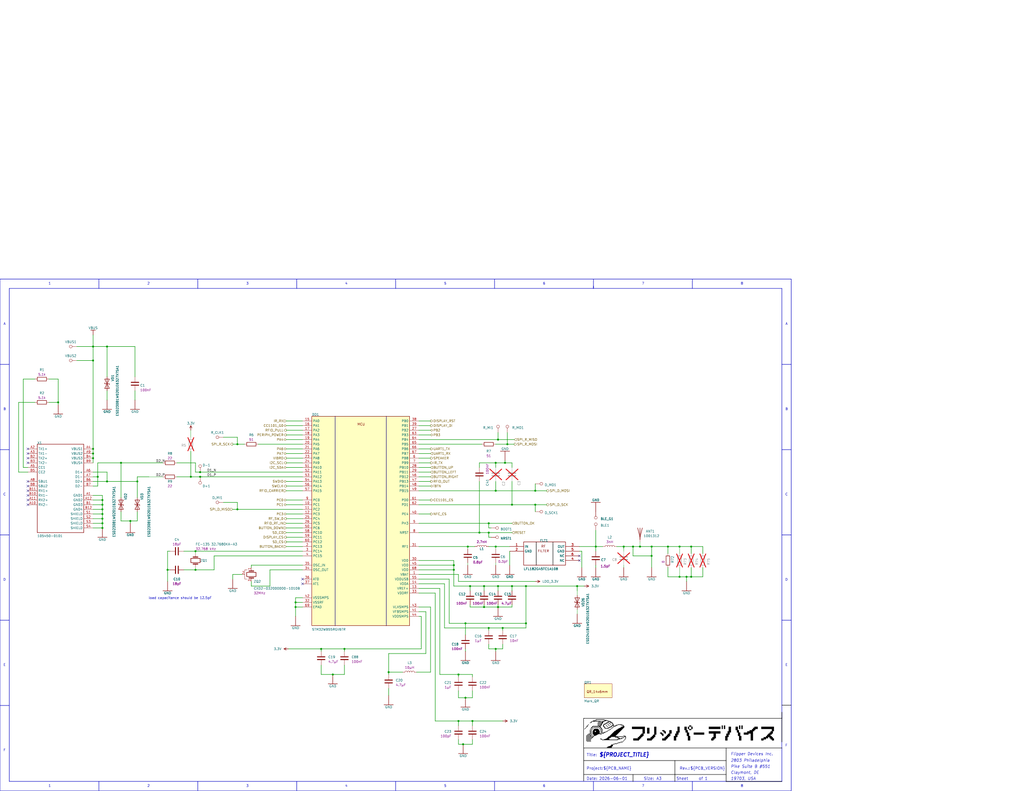
<source format=kicad_sch>
(kicad_sch (version 20221206) (generator eeschema)
  (paper "C")
  (title_block (rev "-"))
  (junction (at 247.65 308.61))
  (junction (at 50.8 245.11))
  (junction (at 104.14 260.35))
  (junction (at 270.51 354.33))
  (junction (at 271.78 240.03))
  (junction (at 50.8 250.19))
  (junction (at 276.86 242.57))
  (junction (at 50.8 189.23))
  (junction (at 364.49 298.45))
  (junction (at 58.42 189.23))
  (junction (at 106.68 311.15))
  (junction (at 292.1 267.97))
  (junction (at 66.04 252.73))
  (junction (at 370.84 314.96))
  (junction (at 287.02 340.36))
  (junction (at 271.78 320.04))
  (junction (at 106.68 300.99))
  (junction (at 250.19 393.7))
  (junction (at 345.44 298.45))
  (junction (at 109.22 260.35))
  (junction (at 252.73 406.4))
  (junction (at 255.27 298.45))
  (junction (at 50.8 247.65))
  (junction (at 340.36 298.45))
  (junction (at 325.12 298.45))
  (junction (at 261.62 290.83))
  (junction (at 55.88 283.21))
  (junction (at 270.51 298.45))
  (junction (at 161.29 331.47))
  (junction (at 266.7 290.83))
  (junction (at 349.25 298.45))
  (junction (at 55.88 285.75))
  (junction (at 31.75 219.71))
  (junction (at 287.02 320.04))
  (junction (at 370.84 298.45))
  (junction (at 254 340.36))
  (junction (at 53.34 260.35))
  (junction (at 187.96 354.33))
  (junction (at 257.81 393.7))
  (junction (at 270.51 252.73))
  (junction (at 270.51 267.97))
  (junction (at 292.1 275.59))
  (junction (at 355.6 303.53))
  (junction (at 355.6 298.45))
  (junction (at 55.88 288.29))
  (junction (at 264.16 320.04))
  (junction (at 129.54 242.57))
  (junction (at 266.7 342.9))
  (junction (at 279.4 320.04))
  (junction (at 212.09 367.03))
  (junction (at 274.32 342.9))
  (junction (at 58.42 262.89))
  (junction (at 266.7 285.75))
  (junction (at 109.22 257.81))
  (junction (at 256.54 320.04))
  (junction (at 279.4 275.59))
  (junction (at 71.12 284.48))
  (junction (at 161.29 328.93))
  (junction (at 377.19 314.96))
  (junction (at 264.16 331.47))
  (junction (at 50.8 196.85))
  (junction (at 55.88 278.13))
  (junction (at 377.19 298.45))
  (junction (at 250.19 368.3))
  (junction (at 91.44 311.15))
  (junction (at 275.59 252.73))
  (junction (at 181.61 368.3))
  (junction (at 55.88 275.59))
  (junction (at 55.88 280.67))
  (junction (at 314.96 320.04))
  (junction (at 129.54 278.13))
  (junction (at 247.65 311.15))
  (junction (at 374.65 314.96))
  (junction (at 55.88 273.05))
  (junction (at 271.78 331.47))
  (junction (at 74.93 262.89))
  (junction (at 254 381))
  (junction (at 175.26 354.33))
  (no_connect (at 15.24 250.19))
  (no_connect (at 15.24 245.11))
  (no_connect (at 15.24 252.73))
  (no_connect (at 15.24 265.43))
  (no_connect (at 316.23 303.53))
  (no_connect (at 15.24 262.89))
  (no_connect (at 316.23 306.07))
  (no_connect (at 15.24 247.65))
  (no_connect (at 15.24 270.51))
  (no_connect (at 15.24 267.97))
  (no_connect (at 15.24 273.05))
  (no_connect (at 165.1 318.77))
  (no_connect (at 165.1 316.23))
  (no_connect (at 15.24 275.59))
  (wire (pts (xy 127 242.57) (xy 129.54 242.57)) (stroke (width 0.254)))
  (wire (pts (xy 15.24 255.27) (xy 12.7 255.27)) (stroke (width 0.254)))
  (wire (pts (xy 229.87 354.33) (xy 229.87 336.55)) (stroke (width 0.254)))
  (wire (pts (xy 121.92 238.76) (xy 129.54 238.76)) (stroke (width 0.254)))
  (wire (pts (xy 156.21 252.73) (xy 165.1 252.73)) (stroke (width 0.254)))
  (wire (pts (xy 250.19 313.69) (xy 250.19 317.5)) (stroke (width 0.254)))
  (wire (pts (xy 271.78 320.04) (xy 271.78 322.58)) (stroke (width 0.254)))
  (wire (pts (xy 279.4 330.2) (xy 279.4 331.47)) (stroke (width 0.254)))
  (wire (pts (xy 250.19 393.7) (xy 237.49 393.7)) (stroke (width 0.254)))
  (wire (pts (xy 270.51 355.6) (xy 270.51 354.33)) (stroke (width 0.254)))
  (wire (pts (xy 234.95 247.65) (xy 228.6 247.65)) (stroke (width 0.254)))
  (wire (pts (xy 270.51 242.57) (xy 276.86 242.57)) (stroke (width 0.254)))
  (wire (pts (xy 55.88 278.13) (xy 50.8 278.13)) (stroke (width 0.254)))
  (polyline (pts (xy 0 431.758) (xy 0 152.4)) (stroke (width 0.254) (type solid)))
  (wire (pts (xy 228.6 331.47) (xy 234.95 331.47)) (stroke (width 0.254)))
  (wire (pts (xy 10.16 219.71) (xy 19.05 219.71)) (stroke (width 0.254)))
  (wire (pts (xy 266.7 293.37) (xy 266.7 290.83)) (stroke (width 0.254)))
  (wire (pts (xy 266.7 342.9) (xy 266.7 344.17)) (stroke (width 0.254)))
  (wire (pts (xy 257.81 393.7) (xy 250.19 393.7)) (stroke (width 0.254)))
  (wire (pts (xy 53.34 252.73) (xy 66.04 252.73)) (stroke (width 0.254)))
  (wire (pts (xy 383.54 298.45) (xy 383.54 302.26)) (stroke (width 0.254)))
  (wire (pts (xy 165.1 303.53) (xy 116.84 303.53)) (stroke (width 0.254)))
  (polyline (pts (xy 53.975 426.72) (xy 53.975 431.8)) (stroke (width 0.254) (type solid)))
  (polyline (pts (xy 5.08 385.233) (xy 0 385.233)) (stroke (width 0.254) (type solid)))
  (wire (pts (xy 257.81 381) (xy 254 381)) (stroke (width 0.254)))
  (wire (pts (xy 228.6 316.23) (xy 245.11 316.23)) (stroke (width 0.254)))
  (wire (pts (xy 364.49 309.88) (xy 364.49 314.96)) (stroke (width 0.254)))
  (wire (pts (xy 161.29 331.47) (xy 161.29 336.55)) (stroke (width 0.254)))
  (wire (pts (xy 12.7 255.27) (xy 12.7 207.01)) (stroke (width 0.254)))
  (wire (pts (xy 55.88 280.67) (xy 55.88 283.21)) (stroke (width 0.254)))
  (wire (pts (xy 349.25 295.91) (xy 349.25 298.45)))
  (wire (pts (xy 228.6 308.61) (xy 247.65 308.61)) (stroke (width 0.254)))
  (wire (pts (xy 287.02 342.9) (xy 287.02 340.36)) (stroke (width 0.254)))
  (polyline (pts (xy 269.875 426.72) (xy 269.875 431.8)) (stroke (width 0.254) (type solid)))
  (wire (pts (xy 234.95 255.27) (xy 228.6 255.27)) (stroke (width 0.254)))
  (wire (pts (xy 156.21 285.75) (xy 165.1 285.75)) (stroke (width 0.254)))
  (wire (pts (xy 156.21 232.41) (xy 165.1 232.41)) (stroke (width 0.254)))
  (wire (pts (xy 254 340.36) (xy 287.02 340.36)) (stroke (width 0.254)))
  (wire (pts (xy 58.42 213.36) (xy 58.42 218.44)) (stroke (width 0.254)))
  (wire (pts (xy 264.16 331.47) (xy 271.78 331.47)) (stroke (width 0.254)))
  (wire (pts (xy 247.65 311.15) (xy 247.65 308.61)) (stroke (width 0.254)))
  (wire (pts (xy 156.21 255.27) (xy 165.1 255.27)) (stroke (width 0.254)))
  (wire (pts (xy 55.88 275.59) (xy 50.8 275.59)) (stroke (width 0.254)))
  (wire (pts (xy 292.1 264.16) (xy 292.1 267.97)) (stroke (width 0.254)))
  (polyline (pts (xy 5.08 292.1) (xy 0 292.1)) (stroke (width 0.254) (type solid)))
  (wire (pts (xy 165.1 267.97) (xy 156.21 267.97)) (stroke (width 0.254)))
  (wire (pts (xy 41.91 189.23) (xy 50.8 189.23)) (stroke (width 0.254)))
  (wire (pts (xy 240.03 321.31) (xy 228.6 321.31)) (stroke (width 0.254)))
  (polyline (pts (xy 377.825 157.48) (xy 377.825 152.4)) (stroke (width 0.254) (type solid)))
  (wire (pts (xy 12.7 207.01) (xy 19.05 207.01)) (stroke (width 0.254)))
  (wire (pts (xy 345.44 298.45) (xy 349.25 298.45)) (stroke (width 0.254)))
  (wire (pts (xy 228.6 290.83) (xy 261.62 290.83)) (stroke (width 0.254)))
  (polyline (pts (xy 5.08 198.967) (xy 0 198.967)) (stroke (width 0.254) (type solid)))
  (wire (pts (xy 129.54 238.76) (xy 129.54 242.57)) (stroke (width 0.254)))
  (wire (pts (xy 175.26 354.33) (xy 175.26 355.6)) (stroke (width 0.254)))
  (wire (pts (xy 156.21 273.05) (xy 165.1 273.05)) (stroke (width 0.254)))
  (wire (pts (xy 187.96 354.33) (xy 229.87 354.33)) (stroke (width 0.254)))
  (wire (pts (xy 340.36 299.72) (xy 340.36 300.99)))
  (wire (pts (xy 270.51 307.34) (xy 270.51 308.61)))
  (wire (pts (xy 137.16 308.61) (xy 137.16 309.88)) (stroke (width 0.254)))
  (wire (pts (xy 156.21 298.45) (xy 165.1 298.45)) (stroke (width 0.254)))
  (wire (pts (xy 234.95 262.89) (xy 228.6 262.89)) (stroke (width 0.254)))
  (wire (pts (xy 250.19 317.5) (xy 292.1 317.5)) (stroke (width 0.254)))
  (wire (pts (xy 50.8 260.35) (xy 53.34 260.35)) (stroke (width 0.254)))
  (wire (pts (xy 228.6 313.69) (xy 250.19 313.69)) (stroke (width 0.254)))
  (wire (pts (xy 340.36 308.61) (xy 340.36 309.88)))
  (wire (pts (xy 109.22 257.81) (xy 165.1 257.81)) (stroke (width 0.254)))
  (wire (pts (xy 55.88 283.21) (xy 50.8 283.21)) (stroke (width 0.254)))
  (polyline (pts (xy 426.72 385.064) (xy 431.8 385.064)) (stroke (width 0.254) (type solid) (color 0 0 0 1)))
  (wire (pts (xy 50.8 265.43) (xy 53.34 265.43)) (stroke (width 0.254)))
  (wire (pts (xy 157.48 354.33) (xy 175.26 354.33)) (stroke (width 0.254)))
  (wire (pts (xy 234.95 234.95) (xy 228.6 234.95)) (stroke (width 0.254)))
  (wire (pts (xy 187.96 368.3) (xy 181.61 368.3)) (stroke (width 0.254)))
  (wire (pts (xy 71.12 285.75) (xy 71.12 284.48)) (stroke (width 0.254)))
  (wire (pts (xy 266.7 293.37) (xy 267.97 293.37)) (stroke (width 0.254)))
  (wire (pts (xy 271.78 330.2) (xy 271.78 331.47)) (stroke (width 0.254)))
  (wire (pts (xy 317.5 300.99) (xy 317.5 309.88)) (stroke (width 0.254)))
  (wire (pts (xy 270.51 354.33) (xy 274.32 354.33)) (stroke (width 0.254)))
  (wire (pts (xy 325.12 308.61) (xy 325.12 309.88)) (stroke (width 0.254)))
  (wire (pts (xy 266.7 288.29) (xy 266.7 285.75)) (stroke (width 0.254)))
  (wire (pts (xy 104.14 260.35) (xy 109.22 260.35)) (stroke (width 0.254)))
  (wire (pts (xy 336.55 298.45) (xy 340.36 298.45)) (stroke (width 0.254)))
  (wire (pts (xy 212.09 367.03) (xy 212.09 368.3)) (stroke (width 0.254)))
  (wire (pts (xy 314.96 332.74) (xy 314.96 335.28)))
  (wire (pts (xy 271.78 320.04) (xy 279.4 320.04)) (stroke (width 0.254)))
  (wire (pts (xy 255.27 298.45) (xy 255.27 299.72)))
  (wire (pts (xy 53.34 265.43) (xy 53.34 260.35)) (stroke (width 0.254)))
  (wire (pts (xy 340.36 298.45) (xy 345.44 298.45)) (stroke (width 0.254)))
  (wire (pts (xy 58.42 262.89) (xy 74.93 262.89)) (stroke (width 0.254)))
  (wire (pts (xy 274.32 342.9) (xy 287.02 342.9)) (stroke (width 0.254)))
  (wire (pts (xy 279.4 285.75) (xy 266.7 285.75)) (stroke (width 0.254)))
  (wire (pts (xy 234.95 232.41) (xy 228.6 232.41)) (stroke (width 0.254)))
  (wire (pts (xy 50.8 247.65) (xy 50.8 245.11)) (stroke (width 0.254)))
  (wire (pts (xy 106.68 300.99) (xy 106.68 302.26)))
  (wire (pts (xy 234.95 229.87) (xy 228.6 229.87)) (stroke (width 0.254)))
  (wire (pts (xy 73.66 213.36) (xy 73.66 218.44)) (stroke (width 0.254)))
  (wire (pts (xy 137.16 317.5) (xy 137.16 320.04)) (stroke (width 0.254)))
  (wire (pts (xy 275.59 252.73) (xy 279.4 252.73)) (stroke (width 0.254)))
  (wire (pts (xy 247.65 306.07) (xy 228.6 306.07)) (stroke (width 0.254)))
  (polyline (pts (xy 5.08 245.533) (xy 0 245.533)) (stroke (width 0.254) (type solid)))
  (wire (pts (xy 181.61 368.3) (xy 175.26 368.3)) (stroke (width 0.254)))
  (wire (pts (xy 50.8 245.11) (xy 50.8 196.85)) (stroke (width 0.254)))
  (wire (pts (xy 270.51 252.73) (xy 261.62 252.73)) (stroke (width 0.254)))
  (polyline (pts (xy 161.925 426.72) (xy 161.925 431.8)) (stroke (width 0.254) (type solid)))
  (wire (pts (xy 161.29 326.39) (xy 161.29 328.93)) (stroke (width 0.254)))
  (wire (pts (xy 345.44 298.45) (xy 345.44 303.53)) (stroke (width 0.254)))
  (wire (pts (xy 156.21 240.03) (xy 165.1 240.03)) (stroke (width 0.254)))
  (wire (pts (xy 270.51 252.73) (xy 275.59 252.73)) (stroke (width 0.254)))
  (wire (pts (xy 50.8 196.85) (xy 50.8 189.23)) (stroke (width 0.254)))
  (wire (pts (xy 279.4 320.04) (xy 287.02 320.04)) (stroke (width 0.254)))
  (wire (pts (xy 106.68 257.81) (xy 106.68 252.73)) (stroke (width 0.254)))
  (wire (pts (xy 91.44 311.15) (xy 91.44 317.5)) (stroke (width 0.254)))
  (wire (pts (xy 270.51 252.73) (xy 270.51 255.27)) (stroke (width 0.254)))
  (wire (pts (xy 228.6 242.57) (xy 262.89 242.57)) (stroke (width 0.254)))
  (wire (pts (xy 232.41 334.01) (xy 228.6 334.01)) (stroke (width 0.254)))
  (wire (pts (xy 228.6 318.77) (xy 242.57 318.77)) (stroke (width 0.254)))
  (wire (pts (xy 228.6 275.59) (xy 279.4 275.59)) (stroke (width 0.254)))
  (wire (pts (xy 254 354.33) (xy 254 355.6)) (stroke (width 0.254)))
  (wire (pts (xy 228.6 267.97) (xy 270.51 267.97)) (stroke (width 0.254)))
  (wire (pts (xy 55.88 273.05) (xy 55.88 275.59)) (stroke (width 0.254)))
  (wire (pts (xy 355.6 298.45) (xy 364.49 298.45)) (stroke (width 0.254)))
  (polyline (pts (xy 368.3 422.91) (xy 368.3 415.29)) (stroke (width 0.254) (type solid) (color 0 0 0 1)))
  (wire (pts (xy 104.14 246.38) (xy 104.14 260.35)) (stroke (width 0.254)))
  (wire (pts (xy 271.78 331.47) (xy 279.4 331.47)) (stroke (width 0.254)))
  (wire (pts (xy 377.19 298.45) (xy 377.19 302.26)) (stroke (width 0.254)))
  (wire (pts (xy 106.68 309.88) (xy 106.68 311.15)))
  (wire (pts (xy 254 381) (xy 250.19 381)) (stroke (width 0.254)))
  (wire (pts (xy 257.81 368.3) (xy 257.81 369.57)) (stroke (width 0.254)))
  (wire (pts (xy 275.59 251.46) (xy 275.59 252.73)) (stroke (width 0.254)))
  (wire (pts (xy 250.19 406.4) (xy 252.73 406.4)) (stroke (width 0.254)))
  (wire (pts (xy 364.49 298.45) (xy 370.84 298.45)) (stroke (width 0.254)))
  (wire (pts (xy 96.52 252.73) (xy 106.68 252.73)) (stroke (width 0.254)))
  (wire (pts (xy 276.86 242.57) (xy 280.67 242.57)) (stroke (width 0.254)))
  (wire (pts (xy 58.42 257.81) (xy 58.42 262.89)) (stroke (width 0.254)))
  (wire (pts (xy 349.25 298.45) (xy 355.6 298.45)) (stroke (width 0.254)))
  (wire (pts (xy 234.95 280.67) (xy 228.6 280.67)) (stroke (width 0.254)))
  (wire (pts (xy 377.19 298.45) (xy 383.54 298.45)) (stroke (width 0.254)))
  (polyline (pts (xy 5.08 426.677) (xy 5.08 157.481)) (stroke (width 0.254) (type solid)))
  (wire (pts (xy 53.34 260.35) (xy 53.34 252.73)) (stroke (width 0.254)))
  (polyline (pts (xy 431.758 431.758) (xy 0 431.758)) (stroke (width 0.254) (type solid)))
  (wire (pts (xy 212.09 367.03) (xy 212.09 356.87)) (stroke (width 0.254)))
  (wire (pts (xy 266.7 298.45) (xy 270.51 298.45)) (stroke (width 0.254)))
  (wire (pts (xy 165.1 308.61) (xy 137.16 308.61)) (stroke (width 0.254)))
  (wire (pts (xy 227.33 367.03) (xy 234.95 367.03)) (stroke (width 0.254)))
  (wire (pts (xy 165.1 328.93) (xy 161.29 328.93)) (stroke (width 0.254)))
  (wire (pts (xy 370.84 298.45) (xy 370.84 302.26)))
  (wire (pts (xy 73.66 189.23) (xy 73.66 205.74)) (stroke (width 0.254)))
  (wire (pts (xy 240.03 368.3) (xy 250.19 368.3)) (stroke (width 0.254)))
  (wire (pts (xy 156.21 229.87) (xy 165.1 229.87)) (stroke (width 0.254)))
  (wire (pts (xy 127 313.69) (xy 127 316.23)) (stroke (width 0.254)))
  (wire (pts (xy 383.54 309.88) (xy 383.54 314.96)) (stroke (width 0.254)))
  (wire (pts (xy 147.32 320.04) (xy 137.16 320.04)) (stroke (width 0.254)))
  (wire (pts (xy 250.19 368.3) (xy 257.81 368.3)) (stroke (width 0.254)))
  (wire (pts (xy 212.09 375.92) (xy 212.09 379.73)) (stroke (width 0.254)))
  (polyline (pts (xy 161.925 157.48) (xy 161.925 152.4)) (stroke (width 0.254) (type solid)))
  (wire (pts (xy 74.93 279.4) (xy 74.93 284.48)) (stroke (width 0.254)))
  (wire (pts (xy 74.93 262.89) (xy 74.93 271.78)) (stroke (width 0.254)))
  (wire (pts (xy 165.1 326.39) (xy 161.29 326.39)) (stroke (width 0.254)))
  (wire (pts (xy 314.96 322.58) (xy 314.96 320.04)) (stroke (width 0.254)))
  (wire (pts (xy 271.78 240.03) (xy 271.78 236.22)) (stroke (width 0.254)))
  (polyline (pts (xy 215.9 426.72) (xy 215.9 431.8)) (stroke (width 0.254) (type solid)))
  (polyline (pts (xy 368.3 426.72) (xy 368.3 422.91)) (stroke (width 0.254) (type solid) (color 0 0 0 1)))
  (polyline (pts (xy 53.975 157.48) (xy 53.975 152.4)) (stroke (width 0.254) (type solid)))
  (wire (pts (xy 175.26 354.33) (xy 187.96 354.33)) (stroke (width 0.254)))
  (wire (pts (xy 234.95 252.73) (xy 228.6 252.73)) (stroke (width 0.254)))
  (wire (pts (xy 81.28 260.35) (xy 88.9 260.35)))
  (polyline (pts (xy 0 152.4) (xy 431.758 152.4)) (stroke (width 0.254) (type solid)))
  (wire (pts (xy 257.81 403.86) (xy 257.81 406.4)) (stroke (width 0.254)))
  (wire (pts (xy 229.87 336.55) (xy 228.6 336.55)) (stroke (width 0.254)))
  (wire (pts (xy 242.57 318.77) (xy 242.57 342.9)) (stroke (width 0.254)))
  (wire (pts (xy 316.23 300.99) (xy 317.5 300.99)) (stroke (width 0.254)))
  (wire (pts (xy 364.49 314.96) (xy 370.84 314.96)) (stroke (width 0.254)))
  (polyline (pts (xy 426.72 245.533) (xy 431.8 245.533)) (stroke (width 0.254) (type solid)))
  (wire (pts (xy 234.95 250.19) (xy 228.6 250.19)) (stroke (width 0.254)))
  (wire (pts (xy 374.65 317.5) (xy 374.65 314.96)) (stroke (width 0.254)))
  (wire (pts (xy 257.81 393.7) (xy 274.32 393.7)) (stroke (width 0.254)))
  (polyline (pts (xy 107.95 157.48) (xy 107.95 152.4)) (stroke (width 0.254) (type solid)))
  (polyline (pts (xy 215.9 157.48) (xy 215.9 152.4)) (stroke (width 0.254) (type solid)))
  (wire (pts (xy 234.95 260.35) (xy 228.6 260.35)) (stroke (width 0.254)))
  (wire (pts (xy 15.24 257.81) (xy 10.16 257.81)) (stroke (width 0.254)))
  (wire (pts (xy 55.88 280.67) (xy 50.8 280.67)) (stroke (width 0.254)))
  (wire (pts (xy 247.65 308.61) (xy 247.65 306.07)) (stroke (width 0.254)))
  (wire (pts (xy 91.44 300.99) (xy 91.44 311.15)) (stroke (width 0.254)))
  (wire (pts (xy 74.93 260.35) (xy 81.28 260.35)) (stroke (width 0.254)))
  (polyline (pts (xy 269.875 157.48) (xy 269.875 152.4)) (stroke (width 0.254) (type solid)))
  (wire (pts (xy 129.54 242.57) (xy 133.35 242.57)) (stroke (width 0.254)))
  (polyline (pts (xy 323.85 426.72) (xy 323.85 431.8)) (stroke (width 0.254) (type solid)))
  (wire (pts (xy 256.54 320.04) (xy 264.16 320.04)) (stroke (width 0.254)))
  (wire (pts (xy 279.4 275.59) (xy 292.1 275.59)) (stroke (width 0.254)))
  (polyline (pts (xy 5.08 338.667) (xy 0 338.667)) (stroke (width 0.254) (type solid)))
  (wire (pts (xy 26.67 219.71) (xy 31.75 219.71)) (stroke (width 0.254)))
  (wire (pts (xy 50.8 257.81) (xy 58.42 257.81)) (stroke (width 0.254)))
  (wire (pts (xy 66.04 279.4) (xy 66.04 284.48)) (stroke (width 0.254)))
  (wire (pts (xy 370.84 314.96) (xy 374.65 314.96)) (stroke (width 0.254)))
  (wire (pts (xy 245.11 316.23) (xy 245.11 340.36)) (stroke (width 0.254)))
  (wire (pts (xy 345.44 303.53) (xy 355.6 303.53)) (stroke (width 0.254)))
  (wire (pts (xy 55.88 270.51) (xy 55.88 273.05)) (stroke (width 0.254)))
  (polyline (pts (xy 426.678 157.481) (xy 426.678 426.677)) (stroke (width 0.254) (type solid)))
  (wire (pts (xy 234.95 237.49) (xy 228.6 237.49)) (stroke (width 0.254)))
  (wire (pts (xy 270.51 262.89) (xy 270.51 267.97)) (stroke (width 0.254)))
  (polyline (pts (xy 345.44 426.72) (xy 345.44 422.91)) (stroke (width 0.254) (type solid) (color 0 0 0 1)))
  (wire (pts (xy 58.42 189.23) (xy 58.42 205.74)) (stroke (width 0.254)))
  (wire (pts (xy 242.57 342.9) (xy 266.7 342.9)) (stroke (width 0.254)))
  (wire (pts (xy 261.62 290.83) (xy 266.7 290.83)) (stroke (width 0.254)))
  (wire (pts (xy 370.84 309.88) (xy 370.84 314.96)))
  (wire (pts (xy 287.02 320.04) (xy 314.96 320.04)) (stroke (width 0.254)))
  (polyline (pts (xy 396.24 426.72) (xy 396.24 408.432)) (stroke (width 0.254) (type solid) (color 0 0 0 1)))
  (wire (pts (xy 240.03 368.3) (xy 240.03 321.31)) (stroke (width 0.254)))
  (wire (pts (xy 234.95 331.47) (xy 234.95 367.03)) (stroke (width 0.254)))
  (wire (pts (xy 50.8 285.75) (xy 55.88 285.75)) (stroke (width 0.254)))
  (wire (pts (xy 156.21 237.49) (xy 165.1 237.49)) (stroke (width 0.254)))
  (wire (pts (xy 71.12 284.48) (xy 66.04 284.48)) (stroke (width 0.254)))
  (wire (pts (xy 364.49 298.45) (xy 364.49 302.26)) (stroke (width 0.254)))
  (wire (pts (xy 109.22 260.35) (xy 165.1 260.35)) (stroke (width 0.254)))
  (wire (pts (xy 250.19 403.86) (xy 250.19 406.4)) (stroke (width 0.254)))
  (wire (pts (xy 156.21 265.43) (xy 165.1 265.43)) (stroke (width 0.254)))
  (wire (pts (xy 91.44 300.99) (xy 92.71 300.99)) (stroke (width 0.254)))
  (wire (pts (xy 156.21 280.67) (xy 165.1 280.67)) (stroke (width 0.254)))
  (wire (pts (xy 245.11 340.36) (xy 254 340.36)) (stroke (width 0.254)))
  (wire (pts (xy 106.68 257.81) (xy 109.22 257.81)) (stroke (width 0.254)))
  (wire (pts (xy 355.6 303.53) (xy 355.6 298.45)) (stroke (width 0.254)))
  (polyline (pts (xy 426.72 292.1) (xy 431.8 292.1)) (stroke (width 0.254) (type solid)))
  (polyline (pts (xy 323.85 157.48) (xy 323.85 156.21)) (stroke (width 0.254) (type solid)))
  (wire (pts (xy 228.6 311.15) (xy 247.65 311.15)) (stroke (width 0.254)))
  (wire (pts (xy 66.04 252.73) (xy 66.04 271.78)) (stroke (width 0.254)))
  (wire (pts (xy 50.8 270.51) (xy 55.88 270.51)) (stroke (width 0.254)))
  (wire (pts (xy 264.16 330.2) (xy 264.16 331.47)) (stroke (width 0.254)))
  (wire (pts (xy 74.93 262.89) (xy 74.93 260.35)) (stroke (width 0.254)))
  (wire (pts (xy 266.7 342.9) (xy 274.32 342.9)) (stroke (width 0.254)))
  (wire (pts (xy 256.54 331.47) (xy 264.16 331.47)) (stroke (width 0.254)))
  (wire (pts (xy 212.09 356.87) (xy 232.41 356.87)) (stroke (width 0.254)))
  (polyline (pts (xy 426.72 198.967) (xy 431.8 198.967)) (stroke (width 0.254) (type solid)))
  (wire (pts (xy 165.1 245.11) (xy 156.21 245.11)) (stroke (width 0.254)))
  (wire (pts (xy 165.1 250.19) (xy 156.21 250.19)) (stroke (width 0.254)))
  (wire (pts (xy 279.4 262.89) (xy 279.4 275.59)) (stroke (width 0.254)))
  (wire (pts (xy 100.33 300.99) (xy 106.68 300.99)) (stroke (width 0.254)))
  (wire (pts (xy 292.1 267.97) (xy 298.45 267.97)) (stroke (width 0.254)))
  (wire (pts (xy 377.19 314.96) (xy 383.54 314.96)) (stroke (width 0.254)))
  (wire (pts (xy 264.16 320.04) (xy 271.78 320.04)) (stroke (width 0.254)))
  (wire (pts (xy 274.32 342.9) (xy 274.32 344.17)) (stroke (width 0.254)))
  (wire (pts (xy 256.54 330.2) (xy 256.54 331.47)) (stroke (width 0.254)))
  (wire (pts (xy 256.54 320.04) (xy 247.65 320.04)) (stroke (width 0.254)))
  (wire (pts (xy 165.1 331.47) (xy 161.29 331.47)) (stroke (width 0.254)))
  (polyline (pts (xy 431.758 152.4) (xy 431.758 431.758)) (stroke (width 0.254) (type solid)))
  (wire (pts (xy 91.44 311.15) (xy 92.71 311.15)) (stroke (width 0.254)))
  (wire (pts (xy 156.21 275.59) (xy 165.1 275.59)) (stroke (width 0.254)))
  (wire (pts (xy 187.96 363.22) (xy 187.96 368.3)) (stroke (width 0.254)))
  (polyline (pts (xy 318.516 408.432) (xy 426.72 408.432)) (stroke (width 0.254) (type solid) (color 0 0 0 1)))
  (wire (pts (xy 66.04 252.73) (xy 88.9 252.73)) (stroke (width 0.254)))
  (wire (pts (xy 74.93 284.48) (xy 71.12 284.48)) (stroke (width 0.254)))
  (wire (pts (xy 255.27 298.45) (xy 259.08 298.45)) (stroke (width 0.254)))
  (wire (pts (xy 377.19 309.88) (xy 377.19 314.96)) (stroke (width 0.254)))
  (polyline (pts (xy 426.678 388.874) (xy 426.678 405.13)) (stroke (width 0.254) (type solid) (color 0 0 0 1)))
  (wire (pts (xy 165.1 283.21) (xy 156.21 283.21)) (stroke (width 0.254)))
  (wire (pts (xy 264.16 320.04) (xy 264.16 322.58)) (stroke (width 0.254)))
  (wire (pts (xy 370.84 298.45) (xy 377.19 298.45)) (stroke (width 0.254)))
  (polyline (pts (xy 377.825 426.72) (xy 377.825 431.8)) (stroke (width 0.254) (type solid)))
  (wire (pts (xy 55.88 278.13) (xy 55.88 280.67)) (stroke (width 0.254)))
  (wire (pts (xy 261.62 262.89) (xy 261.62 290.83)) (stroke (width 0.254)))
  (wire (pts (xy 50.8 252.73) (xy 50.8 250.19)) (stroke (width 0.254)))
  (wire (pts (xy 280.67 240.03) (xy 271.78 240.03)) (stroke (width 0.254)))
  (wire (pts (xy 232.41 356.87) (xy 232.41 334.01)) (stroke (width 0.254)))
  (wire (pts (xy 257.81 377.19) (xy 257.81 381)) (stroke (width 0.254)))
  (wire (pts (xy 276.86 236.22) (xy 276.86 242.57)) (stroke (width 0.254)))
  (wire (pts (xy 287.02 340.36) (xy 287.02 320.04)) (stroke (width 0.254)))
  (wire (pts (xy 279.4 252.73) (xy 279.4 255.27)) (stroke (width 0.254)))
  (polyline (pts (xy 426.72 338.667) (xy 431.8 338.667)) (stroke (width 0.254) (type solid)))
  (wire (pts (xy 109.22 260.35) (xy 110.49 260.35)))
  (wire (pts (xy 228.6 298.45) (xy 255.27 298.45)) (stroke (width 0.254)))
  (wire (pts (xy 234.95 257.81) (xy 228.6 257.81)) (stroke (width 0.254)))
  (wire (pts (xy 156.21 262.89) (xy 165.1 262.89)) (stroke (width 0.254)))
  (wire (pts (xy 257.81 393.7) (xy 257.81 396.24)) (stroke (width 0.254)))
  (wire (pts (xy 261.62 252.73) (xy 261.62 255.27)) (stroke (width 0.254)))
  (polyline (pts (xy 396.24 426.72) (xy 426.72 426.72)) (stroke (width 0.254) (type solid) (color 0 0 0 1)))
  (wire (pts (xy 270.51 298.45) (xy 270.51 299.72)))
  (wire (pts (xy 104.14 234.95) (xy 104.14 238.76)))
  (wire (pts (xy 271.78 240.03) (xy 228.6 240.03)) (stroke (width 0.254)))
  (wire (pts (xy 374.65 314.96) (xy 377.19 314.96)) (stroke (width 0.254)))
  (wire (pts (xy 10.16 257.81) (xy 10.16 219.71)) (stroke (width 0.254)))
  (wire (pts (xy 165.1 288.29) (xy 156.21 288.29)) (stroke (width 0.254)))
  (wire (pts (xy 156.21 295.91) (xy 165.1 295.91)) (stroke (width 0.254)))
  (wire (pts (xy 325.12 298.45) (xy 328.93 298.45)) (stroke (width 0.254)))
  (wire (pts (xy 55.88 283.21) (xy 55.88 285.75)) (stroke (width 0.254)))
  (wire (pts (xy 266.7 285.75) (xy 228.6 285.75)) (stroke (width 0.254)))
  (wire (pts (xy 314.96 322.58) (xy 314.96 325.12)))
  (wire (pts (xy 58.42 189.23) (xy 73.66 189.23)) (stroke (width 0.254)))
  (wire (pts (xy 31.75 207.01) (xy 31.75 219.71)) (stroke (width 0.254)))
  (polyline (pts (xy 426.678 426.677) (xy 5.08 426.677)) (stroke (width 0.254) (type solid)))
  (wire (pts (xy 50.8 262.89) (xy 58.42 262.89)) (stroke (width 0.254)))
  (wire (pts (xy 147.32 311.15) (xy 147.32 320.04)) (stroke (width 0.254)))
  (polyline (pts (xy 396.24 415.29) (xy 318.516 415.29)) (stroke (width 0.254) (type solid) (color 0 0 0 1)))
  (wire (pts (xy 140.97 242.57) (xy 165.1 242.57)) (stroke (width 0.254)))
  (wire (pts (xy 247.65 320.04) (xy 247.65 311.15)) (stroke (width 0.254)))
  (wire (pts (xy 156.21 247.65) (xy 165.1 247.65)) (stroke (width 0.254)))
  (wire (pts (xy 270.51 298.45) (xy 278.13 298.45)) (stroke (width 0.254)))
  (wire (pts (xy 121.92 274.32) (xy 129.54 274.32)) (stroke (width 0.254)))
  (wire (pts (xy 234.95 265.43) (xy 228.6 265.43)) (stroke (width 0.254)))
  (wire (pts (xy 50.8 189.23) (xy 58.42 189.23)) (stroke (width 0.254)))
  (wire (pts (xy 165.1 311.15) (xy 147.32 311.15)) (stroke (width 0.254)))
  (wire (pts (xy 156.21 293.37) (xy 165.1 293.37)) (stroke (width 0.254)))
  (wire (pts (xy 26.67 207.01) (xy 31.75 207.01)) (stroke (width 0.254)))
  (wire (pts (xy 129.54 274.32) (xy 129.54 278.13)) (stroke (width 0.254)))
  (wire (pts (xy 106.68 311.15) (xy 116.84 311.15)) (stroke (width 0.254)))
  (wire (pts (xy 31.75 219.71) (xy 31.75 220.98)) (stroke (width 0.254)))
  (polyline (pts (xy 107.95 426.72) (xy 107.95 431.8)) (stroke (width 0.254) (type solid)))
  (wire (pts (xy 41.91 196.85) (xy 50.8 196.85)) (stroke (width 0.254)))
  (wire (pts (xy 156.21 290.83) (xy 165.1 290.83)) (stroke (width 0.254)))
  (wire (pts (xy 256.54 320.04) (xy 256.54 322.58)) (stroke (width 0.254)))
  (wire (pts (xy 234.95 245.11) (xy 228.6 245.11)) (stroke (width 0.254)))
  (wire (pts (xy 50.8 250.19) (xy 50.8 247.65)) (stroke (width 0.254)))
  (wire (pts (xy 266.7 290.83) (xy 279.4 290.83)) (stroke (width 0.254)))
  (wire (pts (xy 55.88 288.29) (xy 50.8 288.29)) (stroke (width 0.254)))
  (polyline (pts (xy 323.85 157.48) (xy 323.85 152.4)) (stroke (width 0.254) (type solid)))
  (wire (pts (xy 278.13 308.61) (xy 278.13 300.99)) (stroke (width 0.254)))
  (wire (pts (xy 116.84 303.53) (xy 116.84 311.15)) (stroke (width 0.254)))
  (wire (pts (xy 129.54 278.13) (xy 165.1 278.13)) (stroke (width 0.254)))
  (wire (pts (xy 127 313.69) (xy 132.08 313.69)) (stroke (width 0.254)))
  (wire (pts (xy 55.88 275.59) (xy 55.88 278.13)) (stroke (width 0.254)))
  (wire (pts (xy 50.8 273.05) (xy 55.88 273.05)) (stroke (width 0.254)))
  (wire (pts (xy 212.09 367.03) (xy 219.71 367.03)) (stroke (width 0.254)))
  (wire (pts (xy 100.33 311.15) (xy 106.68 311.15)) (stroke (width 0.254)))
  (wire (pts (xy 292.1 279.4) (xy 292.1 275.59)) (stroke (width 0.254)))
  (wire (pts (xy 237.49 323.85) (xy 228.6 323.85)) (stroke (width 0.254)))
  (wire (pts (xy 187.96 354.33) (xy 187.96 355.6)) (stroke (width 0.254)))
  (wire (pts (xy 255.27 307.34) (xy 255.27 308.61)))
  (wire (pts (xy 292.1 275.59) (xy 298.45 275.59)) (stroke (width 0.254)))
  (wire (pts (xy 106.68 300.99) (xy 165.1 300.99)) (stroke (width 0.254)))
  (polyline (pts (xy 396.24 422.91) (xy 318.516 422.91)) (stroke (width 0.254) (type solid) (color 0 0 0 1)))
  (wire (pts (xy 175.26 363.22) (xy 175.26 368.3)) (stroke (width 0.254)))
  (wire (pts (xy 237.49 393.7) (xy 237.49 323.85)) (stroke (width 0.254)))
  (wire (pts (xy 156.21 234.95) (xy 165.1 234.95)) (stroke (width 0.254)))
  (wire (pts (xy 234.95 273.05) (xy 228.6 273.05)) (stroke (width 0.254)))
  (wire (pts (xy 266.7 351.79) (xy 266.7 354.33)) (stroke (width 0.254)))
  (wire (pts (xy 325.12 298.45) (xy 325.12 289.56)) (stroke (width 0.254)))
  (wire (pts (xy 274.32 351.79) (xy 274.32 354.33)) (stroke (width 0.254)))
  (wire (pts (xy 266.7 288.29) (xy 267.97 288.29)) (stroke (width 0.254)))
  (wire (pts (xy 270.51 267.97) (xy 292.1 267.97)) (stroke (width 0.254)))
  (wire (pts (xy 96.52 260.35) (xy 104.14 260.35)) (stroke (width 0.254)))
  (wire (pts (xy 325.12 298.45) (xy 325.12 300.99)) (stroke (width 0.254)))
  (wire (pts (xy 314.96 320.04) (xy 318.77 320.04)) (stroke (width 0.254)))
  (wire (pts (xy 279.4 320.04) (xy 279.4 322.58)) (stroke (width 0.254)))
  (wire (pts (xy 50.8 189.23) (xy 50.8 182.88)) (stroke (width 0.254)))
  (wire (pts (xy 55.88 285.75) (xy 55.88 288.29)) (stroke (width 0.254)))
  (wire (pts (xy 161.29 328.93) (xy 161.29 331.47)) (stroke (width 0.254)))
  (wire (pts (xy 266.7 354.33) (xy 270.51 354.33)) (stroke (width 0.254)))
  (wire (pts (xy 316.23 298.45) (xy 325.12 298.45)) (stroke (width 0.254)))
  (wire (pts (xy 252.73 406.4) (xy 257.81 406.4)) (stroke (width 0.254)))
  (wire (pts (xy 250.19 368.3) (xy 250.19 369.57)) (stroke (width 0.254)))
  (polyline (pts (xy 5.08 157.481) (xy 426.678 157.481)) (stroke (width 0.254) (type solid)))
  (wire (pts (xy 355.6 309.88) (xy 355.6 303.53)) (stroke (width 0.254)))
  (wire (pts (xy 254 340.36) (xy 254 346.71)) (stroke (width 0.254)))
  (wire (pts (xy 127 278.13) (xy 129.54 278.13)) (stroke (width 0.254)))
  (wire (pts (xy 250.19 377.19) (xy 250.19 381)) (stroke (width 0.254)))
  (wire (pts (xy 250.19 393.7) (xy 250.19 396.24)) (stroke (width 0.254)))
  (wire (pts (xy 340.36 298.45) (xy 340.36 299.72)) (stroke (width 0.254)))
  (polyline (pts (xy 426.72 392.176) (xy 318.516 392.176) (xy 318.516 426.466)) (stroke (width 0.254) (type solid) (color 0 0 0 1)))
  (image (at 372.436 400.431) (scale 1.24342))
  (text "Pike Suite B #551" (at 398.78 419.608 0) (effects (font (size 1.524 1.524) italic) (justify left bottom)))
  (text "B" (at 428.518 224.282 0) (effects (font (size 1.27 1.27)) (justify left bottom)))
  (text "Claymont, DE" (at 398.78 422.91 0) (effects (font (size 1.524 1.524) italic) (justify left bottom)))
  (text "Rev.:" (at 370.84 420.624 0) (effects (font (size 1.524 1.524)) (justify left bottom)))
  (text "D" (at 428.454 317.415 0) (effects (font (size 1.27 1.27)) (justify left bottom)))
  (text "load capacitance should be 12.5pF" (at 81.026 327.406 0) (effects (font (size 1.27 1.27)) (justify left bottom)))
  (text "Project:" (at 320.04 420.624 0) (effects (font (size 1.524 1.524)) (justify left bottom)))
  (text "2" (at 80.348 430.02 0) (effects (font (size 1.27 1.27)) (justify left bottom)))
  (text "Size:" (at 351.282 426.212 0) (effects (font (size 1.524 1.524)) (justify left bottom)))
  (text "7" (at 350.223 430.02 0) (effects (font (size 1.27 1.27)) (justify left bottom)))
  (text "${PCB_VERSION}" (at 376.682 420.624 0) (effects (font (size 1.524 1.524)) (justify left bottom)))
  (text "C" (at 428.454 270.849 0) (effects (font (size 1.27 1.27)) (justify left bottom)))
  (text "5" (at 242.273 155.7 0) (effects (font (size 1.27 1.27)) (justify left bottom)))
  (text "7" (at 350.223 155.7 0) (effects (font (size 1.27 1.27)) (justify left bottom)))
  (text "${CURRENT_DATE}" (at 326.898 426.212 0) (effects (font (size 1.524 1.524)) (justify left bottom)))
  (text "C" (at 1.734 270.849 0) (effects (font (size 1.27 1.27)) (justify left bottom)))
  (text "${##}" (at 384.556 426.212 0) (effects (font (size 1.524 1.524)) (justify left bottom)))
  (text "F" (at 428.498 407.924 0) (effects (font (size 1.27 1.27)) (justify left bottom)))
  (text "3" (at 134.323 430.02 0) (effects (font (size 1.27 1.27)) (justify left bottom)))
  (text "B" (at 1.798 224.282 0) (effects (font (size 1.27 1.27)) (justify left bottom)))
  (text "Flipper Devices Inc." (at 398.78 412.75 0) (effects (font (size 1.524 1.524) italic) (justify left bottom)))
  (text "${PROJECT_TITLE}" (at 326.898 413.512 0) (effects (font (size 2.032 2.032) bold italic) (justify left bottom)))
  (text "2803 Philadelphia" (at 398.78 416.306 0) (effects (font (size 1.524 1.524) italic) (justify left bottom)))
  (text "Date:" (at 320.04 426.212 0) (effects (font (size 1.524 1.524)) (justify left bottom)))
  (text "4" (at 188.298 430.02 0) (effects (font (size 1.27 1.27)) (justify left bottom)))
  (text "1" (at 26.373 430.02 0) (effects (font (size 1.27 1.27)) (justify left bottom)))
  (text "${PCB_NAME}" (at 329.184 420.624 0) (effects (font (size 1.524 1.524)) (justify left bottom)))
  (text "1" (at 26.373 155.7 0) (effects (font (size 1.27 1.27)) (justify left bottom)))
  (text "8" (at 404.198 155.7 0) (effects (font (size 1.27 1.27)) (justify left bottom)))
  (text "19703, USA" (at 398.78 426.212 0) (effects (font (size 1.524 1.524) italic) (justify left bottom)))
  (text "E" (at 1.798 363.982 0) (effects (font (size 1.27 1.27)) (justify left bottom)))
  (text "Sheet" (at 369.062 426.212 0) (effects (font (size 1.524 1.524)) (justify left bottom)))
  (text "6" (at 296.248 155.7 0) (effects (font (size 1.27 1.27)) (justify left bottom)))
  (text "of" (at 381.254 426.212 0) (effects (font (size 1.524 1.524)) (justify left bottom)))
  (text "A" (at 1.862 177.715 0) (effects (font (size 1.27 1.27)) (justify left bottom)))
  (text "Title:" (at 320.04 413.258 0) (effects (font (size 1.524 1.524)) (justify left bottom)))
  (text "2" (at 80.348 155.7 0) (effects (font (size 1.27 1.27)) (justify left bottom)))
  (text "${#}" (at 375.92 426.212 0) (effects (font (size 1.524 1.524)) (justify left bottom)))
  (text "E" (at 428.518 363.982 0) (effects (font (size 1.27 1.27)) (justify left bottom)))
  (text "8" (at 404.198 430.02 0) (effects (font (size 1.27 1.27)) (justify left bottom)))
  (text "6" (at 296.248 430.02 0) (effects (font (size 1.27 1.27)) (justify left bottom)))
  (text "A" (at 428.582 177.715 0) (effects (font (size 1.27 1.27)) (justify left bottom)))
  (text "5" (at 242.273 430.02 0) (effects (font (size 1.27 1.27)) (justify left bottom)))
  (text "F" (at 1.798 410.549 0) (effects (font (size 1.27 1.27)) (justify left bottom)))
  (text "3" (at 134.323 155.7 0) (effects (font (size 1.27 1.27)) (justify left bottom)))
  (text "A3" (at 358.14 426.212 0) (effects (font (size 1.524 1.524)) (justify left bottom)))
  (text "D" (at 1.734 317.415 0) (effects (font (size 1.27 1.27)) (justify left bottom)))
  (text "4" (at 188.298 155.7 0) (effects (font (size 1.27 1.27)) (justify left bottom)))
  (label "D1_P" (at 113.03 260.35 0))
  (label "D2_P" (at 85.09 260.35 0))
  (label "D1_N" (at 113.03 257.81 0))
  (label "D2_N" (at 85.09 252.73 0))
  (hierarchical_label "PB2" (shape bidirectional) (at 234.95 234.95 0))
  (hierarchical_label "BUTTON_BACK" (shape input) (at 156.21 298.45 180))
  (hierarchical_label "SWCLK" (shape output) (at 156.21 265.43 180))
  (hierarchical_label "SD_CS" (shape output) (at 156.21 295.91 180))
  (hierarchical_label "NFC_CS" (shape output) (at 234.95 280.67 0))
  (hierarchical_label "SPI_R_MISO" (shape input) (at 280.67 240.03 0))
  (hierarchical_label "BUTTON_DOWN" (shape input) (at 156.21 288.29 180))
  (hierarchical_label "SWDIO" (shape bidirectional) (at 156.21 262.89 180))
  (hierarchical_label "SPI_R_MOSI" (shape output) (at 280.67 242.57 0))
  (hierarchical_label "RFID_RF_IN" (shape input) (at 156.21 285.75 180))
  (hierarchical_label "BUTTON_UP" (shape input) (at 234.95 255.27 0))
  (hierarchical_label "SPI_D_MOSI" (shape output) (at 298.45 267.97 0))
  (hierarchical_label "IR_TX" (shape output) (at 234.95 252.73 0))
  (hierarchical_label "PERIPH_POWER" (shape output) (at 156.21 237.49 180))
  (hierarchical_label "UART1_RX" (shape input) (at 234.95 247.65 0))
  (hierarchical_label "PB3" (shape bidirectional) (at 234.95 237.49 0))
  (hierarchical_label "VIBRO" (shape output) (at 156.21 250.19 180))
  (hierarchical_label "IR_RX" (shape input) (at 156.21 229.87 180))
  (hierarchical_label "PA4" (shape bidirectional) (at 156.21 240.03 180))
  (hierarchical_label "BUTTON_RIGHT" (shape input) (at 234.95 260.35 0))
  (hierarchical_label "PA6" (shape bidirectional) (at 156.21 245.11 180))
  (hierarchical_label "CC1101_G0" (shape bidirectional) (at 156.21 232.41 180))
  (hierarchical_label "RF_SW_0" (shape output) (at 156.21 283.21 180))
  (hierarchical_label "RFID_PULL" (shape output) (at 156.21 234.95 180))
  (hierarchical_label "UART1_TX" (shape output) (at 234.95 245.11 0))
  (hierarchical_label "iBTN" (shape bidirectional) (at 234.95 265.43 0))
  (hierarchical_label "I2C_SDA" (shape bidirectional) (at 156.21 255.27 180))
  (hierarchical_label "RFID_CARRIER" (shape input) (at 156.21 267.97 180))
  (hierarchical_label "SPI_R_SCK" (shape output) (at 127 242.57 180))
  (hierarchical_label "DISPLAY_CS" (shape output) (at 156.21 293.37 180))
  (hierarchical_label "PA7" (shape bidirectional) (at 156.21 247.65 180))
  (hierarchical_label "SPI_D_MISO" (shape input) (at 127 278.13 180))
  (hierarchical_label "PC1" (shape bidirectional) (at 156.21 275.59 180))
  (hierarchical_label "SPI_D_SCK" (shape output) (at 298.45 275.59 0))
  (hierarchical_label "SD_CD" (shape input) (at 156.21 290.83 180))
  (hierarchical_label "SPEAKER" (shape output) (at 234.95 250.19 0))
  (hierarchical_label "BUTTON_OK" (shape input) (at 279.4 285.75 0))
  (hierarchical_label "RESET" (shape input) (at 279.4 290.83 0))
  (hierarchical_label "I2C_SCL" (shape output) (at 156.21 252.73 180))
  (hierarchical_label "PC0" (shape bidirectional) (at 156.21 273.05 180))
  (hierarchical_label "DISPLAY_RST" (shape output) (at 234.95 229.87 0))
  (hierarchical_label "DISPLAY_DI" (shape output) (at 234.95 232.41 0))
  (hierarchical_label "BUTTON_LEFT" (shape input) (at 234.95 257.81 0))
  (hierarchical_label "RFID_OUT" (shape output) (at 234.95 262.89 0))
  (hierarchical_label "СС1101_CS" (shape output) (at 234.95 273.05 0))
  (hierarchical_label "PC3" (shape bidirectional) (at 156.21 280.67 180))
  (symbol (lib_id "flipper_main-altium-import:VBUS") (at 50.8 182.88 180) (unit 1)
    (property "Reference" "#PWR0184" (effects hide))
    (property "Value" "VBUS" (at 50.8 179.07 0))
  )
  (symbol (lib_id "flipper_main-altium-import:GND") (at 271.78 331.47 0) (unit 1)
    (property "Reference" "#PWR0173" (effects hide))
    (property "Value" "GND" (at 271.78 337.82 0))
  )
  (symbol (lib_id "flipper_main-altium-import:Flipper_zero_MCU_0_STM32WB55RGV6") (at 198.12 285.75 0) (unit 1)
    (property "Reference" "DD1" (at 170.18 227.076 0) (effects (justify left bottom)))
    (property "Value" "STM32WB55RGV6TR" (at 170.18 344.424 0) (effects (justify left bottom)))
    (property "Footprint" "Package_DFN_QFN:QFN-68-1EP_8x8mm_P0.4mm_EP6.4x6.4mm" (effects hide))
    (property "MANUFACTURER_PN" "STM32WB55RGV6ATR" (effects hide))
    (property "MANUFACTURER" "STMicroelectronics" (effects hide))
    (property "DESIGN ITEM ID" "STM32WB55RGV6TR" (effects hide))
    (property "SOURCE" "Flipper_zero.SchLib" (effects hide))
    (property "COMPANY" "Flipper Devices" (effects hide))
    (property "PIN COUNT" "69" (effects hide))
    (property "CASE" "VFQFPN68" (effects hide))
    (property "COMPONENT TYPE" "Standard" (effects hide))
    (property "INTERNAL_PN" "FDICS0002" (effects hide))
    (property "CASE/PACKAGE" "VFQFPN68" (effects hide))
  )
  (symbol (lib_id "Connector:TestPoint") (at 267.97 288.29 270) (unit 1)
    (property "Reference" "BOOT1" (at 273.05 288.925 90) (effects (justify left)))
    (property "Value" "Control_point" (effects hide))
    (property "Footprint" "TestPoint:TestPoint_Pad_D1.0mm" (effects hide))
    (property "SOURCE" "Flipper_zero.SchLib" (effects hide))
    (property "COMPONENT TYPE" "Standard (No BOM)" (effects hide))
    (property "COMPANY" "Flipper Devices" (effects hide))
    (property "PIN COUNT" "1" (effects hide))
    (property "DESIGN ITEM ID" "control point" (effects hide))
    (property "CLASSNAME" "Testpoint" (effects hide))
  )
  (symbol (lib_id "Connector:TestPoint") (at 109.22 257.81 0) (unit 1)
    (property "Reference" "D-1" (at 110.49 254 0) (effects (justify left)))
    (property "Value" "Control_point" (effects hide))
    (property "Footprint" "TestPoint:TestPoint_Pad_D1.0mm" (effects hide))
    (property "SOURCE" "Flipper_zero.SchLib" (effects hide))
    (property "COMPONENT TYPE" "Standard (No BOM)" (effects hide))
    (property "COMPANY" "Flipper Devices" (effects hide))
    (property "PIN COUNT" "1" (effects hide))
    (property "DESIGN ITEM ID" "control point" (effects hide))
    (property "CLASSNAME" "Testpoint" (effects hide))
  )
  (symbol (lib_id "Device:R") (at 377.19 306.07 0) (unit 1) (dnp yes)
    (property "Reference" "R74" (at 381 308.61 90) (effects (justify left bottom)))
    (property "Value" "DNP" (effects hide))
    (property "Footprint" "Resistor_SMD:R_0402_1005Metric" (effects hide))
    (property "COMPONENT TYPE" "Standard" (effects hide))
    (property "PINS" "2" (effects hide))
    (property "CASE" "0402" (effects hide))
    (property "CASE/PACKAGE" "0402" (effects hide))
    (property "SOURCE" "Flipper_zero.SchLib" (effects hide))
    (property "COMPANY" "Flipper Devices" (effects hide))
  )
  (symbol (lib_id "Device:D_TVS") (at 74.93 275.59 90) (unit 1)
    (property "Reference" "VD3" (at 77.47 269.24 0) (effects (justify right)))
    (property "Value" "ESD230B1W0201E6327XTSA1" (at 81.28 265.43 0) (effects (justify right)))
    (property "Footprint" "Diode_SMD:D_0201_0603Metric" (effects hide))
    (property "DESIGN ITEM ID" "Suppressor" (effects hide))
    (property "COMPANY" "Flipper Devices" (effects hide))
    (property "COMPONENT TYPE" "Standard" (effects hide))
    (property "CASE/PACKAGE" "0201" (effects hide))
    (property "MAX OPERATING TEMPERATURE" "125°C" (effects hide))
    (property "INTERNAL_PN" "FDDIO0012" (effects hide))
    (property "MIN OPERATING TEMPERATURE" "-55°C" (effects hide))
    (property "PINS" "2" (effects hide))
    (property "SOURCE" "Flipper_zero.SchLib" (effects hide))
    (property "ROHS COMPLIANT" "Yes" (effects hide))
    (property "CLASSNAME" "ESD0201" (effects hide))
  )
  (symbol (lib_id "flipper_main-altium-import:3.3V") (at 157.48 354.33 270) (unit 1)
    (property "Reference" "#PWR0190" (effects hide))
    (property "Value" "3.3V" (at 153.67 354.33 90) (effects (justify right)))
  )
  (symbol (lib_id "flipper_main-altium-import:GND") (at 73.66 218.44 0) (unit 1)
    (property "Reference" "#PWR0187" (effects hide))
    (property "Value" "GND" (at 73.66 224.79 0))
  )
  (symbol (lib_id "Device:D_TVS") (at 58.42 209.55 90) (unit 1)
    (property "Reference" "VD1" (at 62.23 208.28 0) (effects (justify left bottom)))
    (property "Value" "ESD230B1W0201E6327XTSA1" (at 64.77 227.33 0) (effects (justify left bottom)))
    (property "Footprint" "Diode_SMD:D_0201_0603Metric" (effects hide))
    (property "DESIGN ITEM ID" "Suppressor" (effects hide))
    (property "COMPANY" "Flipper Devices" (effects hide))
    (property "COMPONENT TYPE" "Standard" (effects hide))
    (property "CASE/PACKAGE" "0201" (effects hide))
    (property "MAX OPERATING TEMPERATURE" "125°C" (effects hide))
    (property "INTERNAL_PN" "FDDIO0012" (effects hide))
    (property "MIN OPERATING TEMPERATURE" "-55°C" (effects hide))
    (property "PINS" "2" (effects hide))
    (property "SOURCE" "Flipper_zero.SchLib" (effects hide))
    (property "ROHS COMPLIANT" "Yes" (effects hide))
    (property "CLASSNAME" "ESD0201" (effects hide))
  )
  (symbol (lib_id "flipper_main-altium-import:GND") (at 71.12 285.75 0) (unit 1)
    (property "Reference" "#PWR0171" (effects hide))
    (property "Value" "GND" (at 71.12 292.1 0))
  )
  (symbol (lib_id "Device:C") (at 212.09 372.11 0) (unit 1)
    (property "Reference" "C20" (at 215.9 371.475 0) (effects (justify left)))
    (property "Value" "4.7uF" (effects hide))
    (property "Footprint" "Capacitor_SMD:C_0402_1005Metric" (effects hide))
    (property "CASE" "0402" (effects hide))
    (property "DIELECTRIC" "X5R" (effects hide))
    (property "ALTIUM_VALUE" "4.7µF" (at 215.9 374.015 0) (effects (justify left)))
    (property "ALTERNATIVE_PN" "YAGEO CC0402MRX5R7BB475" (effects hide))
    (property "INTERNAL_PN" "FDCAP0059" (effects hide))
    (property "CASE/PACKAGE" "0402" (effects hide))
    (property "TOLERANCE" "20%" (effects hide))
    (property "VOLTAGE" "16V" (effects hide))
    (property "COMPANY" "Flipper Devices" (effects hide))
  )
  (symbol (lib_id "flipper_main-altium-import:Flipper_zero_MCU_0_105450-0101") (at 33.02 262.89 0) (unit 1)
    (property "Reference" "X1" (at 20.32 242.57 0) (effects (justify left bottom)))
    (property "Value" "105450-0101" (at 20.32 293.37 0) (effects (justify left bottom)))
    (property "Footprint" "Connector_USB:USB_C_Receptacle_Molex_105450-0101" (effects hide))
    (property "1054500101" "Molex" (effects hide))
    (property "CASE" "Type C Right Angle" (effects hide))
    (property "DESIGN ITEM ID" "105450-0101" (effects hide))
    (property "SOURCE" "Flipper_zero.SchLib" (effects hide))
    (property "PIN COUNT" "28" (effects hide))
    (property "COMPONENT TYPE" "Standard" (effects hide))
    (property "INTERNAL_PN" "FDCON0001" (effects hide))
    (property "MANUFACTURER_PN" "1054500101" (effects hide))
    (property "COMPANY" "Flipper Devices" (effects hide))
  )
  (symbol (lib_id "Device:L") (at 332.74 298.45 90) (unit 1)
    (property "Reference" "L2" (at 332.74 293.37 90))
    (property "Value" "3 nH" (effects hide))
    (property "Footprint" "Inductor_SMD:L_0402_1005Metric" (effects hide))
    (property "ALTIUM_VALUE" "3nH" (at 332.74 295.91 90))
    (property "TOLERANCE" "1%" (effects hide))
    (property "SOURCE" "Flipper_zero.SchLib" (effects hide))
    (property "COMPONENT TYPE" "Standard" (effects hide))
    (property "PINS" "2" (effects hide))
    (property "CASE/PACKAGE" "0402" (effects hide))
    (property "INTERNAL_PN" "FDIND0017" (effects hide))
    (property "DESIGN ITEM ID" "IND_3nH_0402" (effects hide))
    (property "COMPANY" "Flipper Devices" (effects hide))
    (property "CASE" "0402" (effects hide))
    (property "ALTERNATIVE_PN" "SUNLORD  SDCL1005C3N0STDF" (effects hide))
  )
  (symbol (lib_id "Device:R") (at 137.16 242.57 90) (unit 1)
    (property "Reference" "R6" (at 137.16 237.49 90))
    (property "Value" "51R" (effects hide))
    (property "Footprint" "Resistor_SMD:R_0402_1005Metric" (effects hide))
    (property "CASE/PACKAGE" "0402" (effects hide))
    (property "COMPONENT TYPE" "Standard" (effects hide))
    (property "INTERNAL_PN" "FDRES0012" (effects hide))
    (property "TOLERANCE" "5%" (effects hide))
    (property "ALTIUM_VALUE" "51" (at 137.16 240.03 90))
    (property "COMPANY" "Flipper Devices" (effects hide))
    (property "PINS" "2" (effects hide))
    (property "DESIGN ITEM ID" "RES_51R_0402" (effects hide))
    (property "SOURCE" "Flipper_zero.SchLib" (effects hide))
    (property "CASE" "0402" (effects hide))
    (property "ALTERNATIVE_PN" "RALEC RTT02510JTP / Walsin WR04X510JTL / FH RC-02W510JT / YAGEO RC0402JR-0751RL" (effects hide))
  )
  (symbol (lib_id "Device:R") (at 266.7 242.57 90) (unit 1)
    (property "Reference" "R7" (at 266.7 246.38 90))
    (property "Value" "51R" (effects hide))
    (property "Footprint" "Resistor_SMD:R_0402_1005Metric" (effects hide))
    (property "CASE/PACKAGE" "0402" (effects hide))
    (property "COMPONENT TYPE" "Standard" (effects hide))
    (property "INTERNAL_PN" "FDRES0012" (effects hide))
    (property "TOLERANCE" "5%" (effects hide))
    (property "ALTIUM_VALUE" "51" (at 266.7 248.92 90))
    (property "COMPANY" "Flipper Devices" (effects hide))
    (property "PINS" "2" (effects hide))
    (property "DESIGN ITEM ID" "RES_51R_0402" (effects hide))
    (property "SOURCE" "Flipper_zero.SchLib" (effects hide))
    (property "CASE" "0402" (effects hide))
    (property "ALTERNATIVE_PN" "RALEC RTT02510JTP / Walsin WR04X510JTL / FH RC-02W510JT / YAGEO RC0402JR-0751RL" (effects hide))
  )
  (symbol (lib_id "flipper_main-altium-import:GND") (at 355.6 309.88 0) (unit 1)
    (property "Reference" "#PWR0165" (effects hide))
    (property "Value" "GND" (at 355.6 316.23 0))
  )
  (symbol (lib_id "Device:R") (at 22.86 207.01 90) (unit 1)
    (property "Reference" "R1" (at 22.86 201.93 90))
    (property "Value" "5K1" (effects hide))
    (property "Footprint" "Resistor_SMD:R_0402_1005Metric" (effects hide))
    (property "DESIGN ITEM ID" "RES_5K1_0402" (effects hide))
    (property "CASE/PACKAGE" "0402" (effects hide))
    (property "COMPANY" "Flipper Devices" (effects hide))
    (property "PINS" "2" (effects hide))
    (property "SOURCE" "Flipper_zero.SchLib" (effects hide))
    (property "COMPONENT TYPE" "Standard" (effects hide))
    (property "INTERNAL_PN" "FDRES0014" (effects hide))
    (property "TOLERANCE" "5%" (effects hide))
    (property "ALTIUM_VALUE" "5.1k" (at 22.86 204.47 90))
    (property "CASE" "0402" (effects hide))
    (property "ALTERNATIVE_PN" "Walsin WR04X512JTL / RALEC RTT02512JTH / YAGEO RC0402JR-075K1L / FH RC-02K512JT" (effects hide))
  )
  (symbol (lib_id "flipper_main-altium-import:GND") (at 275.59 251.46 180) (unit 1)
    (property "Reference" "#PWR0163" (effects hide))
    (property "Value" "GND" (at 275.59 245.11 0))
  )
  (symbol (lib_id "flipper_main-altium-import:LDO_3.3V") (at 292.1 317.5 90) (unit 1)
    (property "Reference" "#PWR0179" (effects hide))
    (property "Value" "LDO_3.3V" (at 295.91 317.5 90) (effects (justify right)))
  )
  (symbol (lib_id "Device:C") (at 325.12 304.8 0) (unit 1)
    (property "Reference" "C7" (at 327.914 306.451 0) (effects (justify left bottom)))
    (property "Value" "1.5pF" (effects hide))
    (property "Footprint" "Capacitor_SMD:C_0201_0603Metric" (effects hide))
    (property "ALTIUM_VALUE" "1.5pF" (at 327.66 309.88 0) (effects (justify left bottom)))
    (property "CASE/PACKAGE" "0201" (effects hide))
    (property "CASE" "0201" (effects hide))
    (property "COMPONENT TYPE" "Standard" (effects hide))
    (property "TOLERANCE" "3.33%" (effects hide))
    (property "SOURCE" "Flipper_zero.SchLib" (effects hide))
    (property "VOLTAGE" "50V" (effects hide))
    (property "COMPANY" "Flipper Devices" (effects hide))
    (property "DIELECTRIC" "C0G" (effects hide))
    (property "PINS" "2" (effects hide))
    (property "INTERNAL_PN" "FDCAP0047" (effects hide))
    (property "ALTERNATIVE_PN" "GRM0335C1H1R5WA01D" (effects hide))
  )
  (symbol (lib_id "flipper_main-altium-import:GND") (at 31.75 220.98 0) (unit 1)
    (property "Reference" "#PWR0186" (effects hide))
    (property "Value" "GND" (at 31.75 227.33 0))
  )
  (symbol (lib_id "flipper_main-altium-import:3.3V") (at 104.14 234.95 180) (unit 1)
    (property "Reference" "#PWR0185" (effects hide))
    (property "Value" "3.3V" (at 104.14 231.14 0))
  )
  (symbol (lib_id "flipper_main-altium-import:GND") (at 161.29 336.55 0) (unit 1)
    (property "Reference" "#PWR0191" (effects hide))
    (property "Value" "GND" (at 161.29 342.9 0))
  )
  (symbol (lib_id "Device:C") (at 266.7 347.98 0) (unit 1)
    (property "Reference" "C16" (at 262.89 347.345 0) (effects (justify right)))
    (property "Value" "1uF" (effects hide))
    (property "Footprint" "Capacitor_SMD:C_0402_1005Metric" (effects hide))
    (property "CASE/PACKAGE" "0402" (effects hide))
    (property "DIELECTRIC" "X5R" (effects hide))
    (property "CASE" "0402" (effects hide))
    (property "ALTIUM_VALUE" "1µF" (at 262.89 349.885 0) (effects (justify right)))
    (property "TOLERANCE" "10%" (effects hide))
    (property "COMPANY" "Flipper Devices" (effects hide))
    (property "VOLTAGE" "16V" (effects hide))
    (property "INTERNAL_PN" "FDCAP0011" (effects hide))
    (property "ALTERNATIVE_PN" "Walsin 0402X105K160CT / YAGEO CC0402KRX5R7BB105 / FH 0402X105K160NT / SAMSUNG CL05A105KO5NNNC" (effects hide))
  )
  (symbol (lib_id "Device:C") (at 257.81 400.05 0) (unit 1)
    (property "Reference" "C24" (at 261.62 399.415 0) (effects (justify left)))
    (property "Value" "0.1uF" (effects hide))
    (property "Footprint" "Capacitor_SMD:C_0402_1005Metric" (effects hide))
    (property "CASE/PACKAGE" "0402" (effects hide))
    (property "DIELECTRIC" "X7R" (effects hide))
    (property "COMPANY" "Flipper Devices" (effects hide))
    (property "COMPONENT TYPE" "Standard" (effects hide))
    (property "VOLTAGE" "16V" (effects hide))
    (property "INTERNAL_PN" "FDCAP0001" (effects hide))
    (property "TOLERANCE" "10%" (effects hide))
    (property "ALTIUM_VALUE" "100nF" (at 261.62 401.955 0) (effects (justify left)))
    (property "PINS" "2" (effects hide))
    (property "DESIGN ITEM ID" "CAP_0.1uF_0402" (effects hide))
    (property "SOURCE" "Flipper_zero.SchLib" (effects hide))
    (property "ALTERNATIVE_PN" "Walsin 0402B104K160CT / YAGEO CC0402KRX7R7BB104 / FH 0402B104K160NT / SAMSUNG CL05B104KO5NNNC" (effects hide))
    (property "CASE" "0402" (effects hide))
  )
  (symbol (lib_id "Connector:TestPoint") (at 292.1 264.16 270) (unit 1)
    (property "Reference" "D_MO1" (at 297.18 264.795 90) (effects (justify left)))
    (property "Value" "Control_point" (effects hide))
    (property "Footprint" "TestPoint:TestPoint_Pad_D1.0mm" (effects hide))
    (property "SOURCE" "Flipper_zero.SchLib" (effects hide))
    (property "COMPONENT TYPE" "Standard (No BOM)" (effects hide))
    (property "COMPANY" "Flipper Devices" (effects hide))
    (property "PIN COUNT" "1" (effects hide))
    (property "DESIGN ITEM ID" "control point" (effects hide))
    (property "CLASSNAME" "Testpoint" (effects hide))
  )
  (symbol (lib_id "Connector:TestPoint") (at 276.86 236.22 0) (unit 1)
    (property "Reference" "R_MO1" (at 279.4 233.553 0) (effects (justify left)))
    (property "Value" "Control_point" (effects hide))
    (property "Footprint" "TestPoint:TestPoint_Pad_D1.0mm" (effects hide))
    (property "SOURCE" "Flipper_zero.SchLib" (effects hide))
    (property "COMPONENT TYPE" "Standard (No BOM)" (effects hide))
    (property "COMPANY" "Flipper Devices" (effects hide))
    (property "PIN COUNT" "1" (effects hide))
    (property "DESIGN ITEM ID" "control point" (effects hide))
    (property "CLASSNAME" "Testpoint" (effects hide))
  )
  (symbol (lib_id "Device:Crystal") (at 106.68 306.07 270) (unit 1)
    (property "Reference" "ZQ1" (at 109.22 306.07 90) (effects (justify left)))
    (property "Value" "FC-135 32.7680KA-A3" (at 106.68 297.18 90) (effects (justify left)))
    (property "Footprint" "Crystal:Crystal_SMD_3215-2Pin_3.2x1.5mm" (effects hide))
    (property "ALTIUM_VALUE" "32.768 kHz" (at 106.68 299.72 90) (effects (justify left)))
    (property "MANUFACTURER" "Epson Timing" (effects hide))
    (property "COMPONENT TYPE" "Standard" (effects hide))
    (property "DESIGN ITEM ID" "FC-135 32.7680KA-A3" (effects hide))
    (property "COMPANY" "Flipper Devices" (effects hide))
    (property "CASE" "3.2 mm x 1.5 mm x 0.8 mm" (effects hide))
    (property "INTERNAL_PN" "FDCRY0005" (effects hide))
    (property "MANUFACTURER_PN" "FC-135 32.7680KA-A3" (effects hide))
    (property "SOURCE" "Flipper_zero.SchLib" (effects hide))
    (property "PIN COUNT" "2" (effects hide))
    (property "ALTERNATIVE_PN" "SF32K32768D31T-12.5" (effects hide))
  )
  (symbol (lib_id "flipper_main-altium-import:GND") (at 181.61 368.3 0) (unit 1)
    (property "Reference" "#PWR0192" (effects hide))
    (property "Value" "GND" (at 181.61 374.65 0))
  )
  (symbol (lib_id "flipper_main-altium-import:GND") (at 278.13 308.61 0) (unit 1)
    (property "Reference" "#PWR0183" (effects hide))
    (property "Value" "GND" (at 278.13 314.96 0))
  )
  (symbol (lib_id "Device:C") (at 340.36 304.8 0) (unit 1) (dnp yes)
    (property "Reference" "C8" (at 334.01 306.324 0) (effects (justify left bottom)))
    (property "Value" "DNP" (effects hide))
    (property "Footprint" "Capacitor_SMD:C_0201_0603Metric" (effects hide))
    (property "COMPONENT TYPE" "Standard" (effects hide))
    (property "CASE/PACKAGE" "0201" (effects hide))
    (property "CASE" "0201" (effects hide))
    (property "PINS" "2" (effects hide))
    (property "SOURCE" "Flipper_zero.SchLib" (effects hide))
    (property "COMPANY" "Flipper Devices" (effects hide))
  )
  (symbol (lib_id "flipper_main-altium-import:GND") (at 325.12 279.4 180) (unit 1)
    (property "Reference" "#PWR0175" (effects hide))
    (property "Value" "GND" (at 325.12 273.05 0))
  )
  (symbol (lib_id "Device:D_TVS") (at 314.96 328.93 270) (unit 1)
    (property "Reference" "VD26" (at 317.5 326.39 0) (effects (justify left bottom)))
    (property "Value" "ESD241B1W0201E6327XTSA1" (at 320.04 323.85 0) (effects (justify left bottom)))
    (property "Footprint" "Diode_SMD:D_0201_0603Metric" (effects hide))
    (property "DESIGN ITEM ID" "Suppressor" (effects hide))
    (property "ROHS COMPLIANT" "Yes" (effects hide))
    (property "COMPANY" "Flipper Devices" (effects hide))
    (property "SOURCE" "Flipper_zero.SchLib" (effects hide))
    (property "PINS" "2" (effects hide))
    (property "INTERNAL_PN" "FDDIO0011" (effects hide))
    (property "MAX OPERATING TEMPERATURE" "125°C" (effects hide))
    (property "CASE/PACKAGE" "0201" (effects hide))
    (property "MANUFACTURER" "Diodes Incorporated" (effects hide))
    (property "MIN OPERATING TEMPERATURE" "-55°C" (effects hide))
    (property "COMPONENT TYPE" "Standard" (effects hide))
    (property "CLASSNAME" "ESD0201" (effects hide))
  )
  (symbol (lib_id "Device:C") (at 279.4 326.39 0) (unit 1)
    (property "Reference" "C15" (at 275.082 325.12 0) (effects (justify left bottom)))
    (property "Value" "4.7uF" (effects hide))
    (property "Footprint" "Capacitor_SMD:C_0402_1005Metric" (effects hide))
    (property "CASE" "0402" (effects hide))
    (property "DIELECTRIC" "X5R" (effects hide))
    (property "ALTIUM_VALUE" "4.7µF" (at 273.558 330.2 0) (effects (justify left bottom)))
    (property "ALTERNATIVE_PN" "YAGEO CC0402MRX5R7BB475" (effects hide))
    (property "INTERNAL_PN" "FDCAP0059" (effects hide))
    (property "CASE/PACKAGE" "0402" (effects hide))
    (property "TOLERANCE" "20%" (effects hide))
    (property "VOLTAGE" "16V" (effects hide))
    (property "COMPANY" "Flipper Devices" (effects hide))
  )
  (symbol (lib_id "Device:C") (at 96.52 300.99 90) (unit 1)
    (property "Reference" "C4" (at 96.52 294.64 90))
    (property "Value" "18pF" (effects hide))
    (property "Footprint" "Capacitor_SMD:C_0402_1005Metric" (effects hide))
    (property "CASE" "0402" (effects hide))
    (property "VOLTAGE" "50V" (effects hide))
    (property "ALTERNATIVE_PN" "Walsin 0402N180J500CT / YAGEO CC0402JRNPO9BN180 / FH 0402CG180J500NT" (effects hide))
    (property "TOLERANCE" "5%" (effects hide))
    (property "CASE/PACKAGE" "0402" (effects hide))
    (property "ALTIUM_VALUE" "18pF" (at 96.52 297.18 90))
    (property "INTERNAL_PN" "FDCAP0037" (effects hide))
    (property "DIELECTRIC" "NP0" (effects hide))
    (property "COMPANY" "Flipper Devices" (effects hide))
  )
  (symbol (lib_id "Device:D_TVS") (at 66.04 275.59 90) (unit 1)
    (property "Reference" "VD2" (at 68.58 269.24 0) (effects (justify right)))
    (property "Value" "ESD230B1W0201E6327XTSA1" (at 62.23 265.43 0) (effects (justify right)))
    (property "Footprint" "Diode_SMD:D_0201_0603Metric" (effects hide))
    (property "DESIGN ITEM ID" "Suppressor" (effects hide))
    (property "COMPANY" "Flipper Devices" (effects hide))
    (property "COMPONENT TYPE" "Standard" (effects hide))
    (property "CASE/PACKAGE" "0201" (effects hide))
    (property "MAX OPERATING TEMPERATURE" "125°C" (effects hide))
    (property "INTERNAL_PN" "FDDIO0012" (effects hide))
    (property "MIN OPERATING TEMPERATURE" "-55°C" (effects hide))
    (property "PINS" "2" (effects hide))
    (property "SOURCE" "Flipper_zero.SchLib" (effects hide))
    (property "ROHS COMPLIANT" "Yes" (effects hide))
    (property "CLASSNAME" "ESD0201" (effects hide))
  )
  (symbol (lib_id "Connector:TestPoint") (at 325.12 289.56 0) (unit 1)
    (property "Reference" "BLE1" (at 327.66 286.893 0) (effects (justify left)))
    (property "Value" "RF_Control_point_GS" (effects hide))
    (property "Footprint" "TestPoint:TestPoint_Pad_D1.0mm" (effects hide))
    (property "SOURCE" "Flipper_zero.SchLib" (effects hide))
    (property "DESIGN ITEM ID" "control point" (effects hide))
    (property "CLASSNAME" "Testpoint" (effects hide))
    (property "PIN COUNT" "1" (effects hide))
    (property "COMPONENT TYPE" "Standard (No BOM)" (effects hide))
    (property "COMPANY" "Flipper Devices" (effects hide))
  )
  (symbol (lib_id "Connector:TestPoint") (at 267.97 293.37 270) (unit 1)
    (property "Reference" "NRST1" (at 273.05 294.005 90) (effects (justify left)))
    (property "Value" "Control_point" (effects hide))
    (property "Footprint" "TestPoint:TestPoint_Pad_D1.0mm" (effects hide))
    (property "SOURCE" "Flipper_zero.SchLib" (effects hide))
    (property "COMPONENT TYPE" "Standard (No BOM)" (effects hide))
    (property "COMPANY" "Flipper Devices" (effects hide))
    (property "PIN COUNT" "1" (effects hide))
    (property "DESIGN ITEM ID" "control point" (effects hide))
    (property "CLASSNAME" "Testpoint" (effects hide))
  )
  (symbol (lib_id "flipper_main-altium-import:GND") (at 91.44 317.5 0) (unit 1)
    (property "Reference" "#PWR0193" (effects hide))
    (property "Value" "GND" (at 91.44 323.85 0))
  )
  (symbol (lib_id "flipper_main-altium-import:GND") (at 374.65 317.5 0) (unit 1)
    (property "Reference" "#PWR0164" (effects hide))
    (property "Value" "GND" (at 374.65 323.85 0))
  )
  (symbol (lib_id "Device:C") (at 257.81 373.38 0) (unit 1)
    (property "Reference" "C22" (at 261.62 372.745 0) (effects (justify left)))
    (property "Value" "0.1uF" (effects hide))
    (property "Footprint" "Capacitor_SMD:C_0402_1005Metric" (effects hide))
    (property "CASE/PACKAGE" "0402" (effects hide))
    (property "DIELECTRIC" "X7R" (effects hide))
    (property "COMPANY" "Flipper Devices" (effects hide))
    (property "COMPONENT TYPE" "Standard" (effects hide))
    (property "VOLTAGE" "16V" (effects hide))
    (property "INTERNAL_PN" "FDCAP0001" (effects hide))
    (property "TOLERANCE" "10%" (effects hide))
    (property "ALTIUM_VALUE" "100nF" (at 261.62 375.285 0) (effects (justify left)))
    (property "PINS" "2" (effects hide))
    (property "DESIGN ITEM ID" "CAP_0.1uF_0402" (effects hide))
    (property "SOURCE" "Flipper_zero.SchLib" (effects hide))
    (property "ALTERNATIVE_PN" "Walsin 0402B104K160CT / YAGEO CC0402KRX7R7BB104 / FH 0402B104K160NT / SAMSUNG CL05B104KO5NNNC" (effects hide))
    (property "CASE" "0402" (effects hide))
  )
  (symbol (lib_id "flipper_main-altium-import:GND") (at 254 355.6 0) (unit 1)
    (property "Reference" "#PWR0174" (effects hide))
    (property "Value" "GND" (at 254 361.95 0))
  )
  (symbol (lib_id "flipper_main-altium-import:GND") (at 212.09 379.73 0) (unit 1)
    (property "Reference" "#PWR0194" (effects hide))
    (property "Value" "GND" (at 212.09 386.08 0))
  )
  (symbol (lib_id "flipper_main-altium-import:GND") (at 58.42 218.44 0) (unit 1)
    (property "Reference" "#PWR0188" (effects hide))
    (property "Value" "GND" (at 58.42 224.79 0))
  )
  (symbol (lib_id "Device:C") (at 264.16 326.39 0) (unit 1)
    (property "Reference" "C13" (at 259.08 325.12 0) (effects (justify left bottom)))
    (property "Value" "0.1uF" (effects hide))
    (property "Footprint" "Capacitor_SMD:C_0402_1005Metric" (effects hide))
    (property "CASE/PACKAGE" "0402" (effects hide))
    (property "DIELECTRIC" "X7R" (effects hide))
    (property "COMPANY" "Flipper Devices" (effects hide))
    (property "COMPONENT TYPE" "Standard" (effects hide))
    (property "VOLTAGE" "16V" (effects hide))
    (property "INTERNAL_PN" "FDCAP0001" (effects hide))
    (property "TOLERANCE" "10%" (effects hide))
    (property "ALTIUM_VALUE" "100nF" (at 257.81 330.2 0) (effects (justify left bottom)))
    (property "PINS" "2" (effects hide))
    (property "DESIGN ITEM ID" "CAP_0.1uF_0402" (effects hide))
    (property "SOURCE" "Flipper_zero.SchLib" (effects hide))
    (property "ALTERNATIVE_PN" "Walsin 0402B104K160CT / YAGEO CC0402KRX7R7BB104 / FH 0402B104K160NT / SAMSUNG CL05B104KO5NNNC" (effects hide))
    (property "CASE" "0402" (effects hide))
  )
  (symbol (lib_id "Device:C") (at 250.19 373.38 0) (unit 1)
    (property "Reference" "C21" (at 246.38 372.745 0) (effects (justify right)))
    (property "Value" "1uF" (effects hide))
    (property "Footprint" "Capacitor_SMD:C_0402_1005Metric" (effects hide))
    (property "CASE/PACKAGE" "0402" (effects hide))
    (property "DIELECTRIC" "X5R" (effects hide))
    (property "CASE" "0402" (effects hide))
    (property "ALTIUM_VALUE" "1µF" (at 246.38 375.285 0) (effects (justify right)))
    (property "TOLERANCE" "10%" (effects hide))
    (property "COMPANY" "Flipper Devices" (effects hide))
    (property "VOLTAGE" "16V" (effects hide))
    (property "INTERNAL_PN" "FDCAP0011" (effects hide))
    (property "ALTERNATIVE_PN" "Walsin 0402X105K160CT / YAGEO CC0402KRX5R7BB105 / FH 0402X105K160NT / SAMSUNG CL05A105KO5NNNC" (effects hide))
  )
  (symbol (lib_id "Connector:TestPoint") (at 292.1 279.4 270) (unit 1)
    (property "Reference" "D_SCK1" (at 297.18 280.035 90) (effects (justify left)))
    (property "Value" "Control_point" (effects hide))
    (property "Footprint" "TestPoint:TestPoint_Pad_D1.0mm" (effects hide))
    (property "SOURCE" "Flipper_zero.SchLib" (effects hide))
    (property "COMPONENT TYPE" "Standard (No BOM)" (effects hide))
    (property "COMPANY" "Flipper Devices" (effects hide))
    (property "PIN COUNT" "1" (effects hide))
    (property "DESIGN ITEM ID" "control point" (effects hide))
    (property "CLASSNAME" "Testpoint" (effects hide))
  )
  (symbol (lib_id "Connector:TestPoint") (at 325.12 279.4 180) (unit 1)
    (property "Reference" "BLE_G1" (at 327.66 283.337 0) (effects (justify right)))
    (property "Value" "RF_Control_point_GS" (effects hide))
    (property "Footprint" "TestPoint:TestPoint_Pad_D1.0mm" (effects hide))
  )
  (symbol (lib_id "Device:C") (at 274.32 347.98 0) (unit 1)
    (property "Reference" "C17" (at 278.13 347.345 0) (effects (justify left)))
    (property "Value" "10nF" (effects hide))
    (property "Footprint" "Capacitor_SMD:C_0402_1005Metric" (effects hide))
    (property "TOLERANCE" "10%" (effects hide))
    (property "PINS" "2" (effects hide))
    (property "CASE" "0402" (effects hide))
    (property "ALTIUM_VALUE" "10nF" (at 278.13 349.885 0) (effects (justify left)))
    (property "DIELECTRIC" "X7R" (effects hide))
    (property "VOLTAGE" "50V" (effects hide))
    (property "COMPANY" "Flipper Devices" (effects hide))
    (property "CASE/PACKAGE" "0402" (effects hide))
    (property "INTERNAL_PN" "FDCAP0002" (effects hide))
    (property "ALTERNATIVE_PN" "YAGEO CC0402KRX7R9BB103 / Walsin 0402B103K500CT / SAMSUNG CL05B103KBANNNC /  FH 0402B103K500NT" (effects hide))
    (property "COMPONENT TYPE" "Standard" (effects hide))
    (property "DESIGN ITEM ID" "CAP_10nF_0402" (effects hide))
    (property "SOURCE" "Flipper_zero.SchLib" (effects hide))
  )
  (symbol (lib_id "Connector:TestPoint") (at 41.91 196.85 90) (unit 1)
    (property "Reference" "VBUS2" (at 38.608 194.31 90))
    (property "Value" "Control_point" (effects hide))
    (property "Footprint" "TestPoint:TestPoint_Pad_D1.0mm" (effects hide))
    (property "SOURCE" "Flipper_zero.SchLib" (effects hide))
    (property "COMPONENT TYPE" "Standard (No BOM)" (effects hide))
    (property "COMPANY" "Flipper Devices" (effects hide))
    (property "PIN COUNT" "1" (effects hide))
    (property "DESIGN ITEM ID" "control point" (effects hide))
    (property "CLASSNAME" "Testpoint" (effects hide))
  )
  (symbol (lib_id "flipper_main-altium-import:GND") (at 254 381 0) (unit 1)
    (property "Reference" "#PWR0169" (effects hide))
    (property "Value" "GND" (at 254 387.35 0))
  )
  (symbol (lib_id "Device:C") (at 73.66 209.55 0) (unit 1)
    (property "Reference" "C1" (at 76.454 211.201 0) (effects (justify left bottom)))
    (property "Value" "0.1uF" (effects hide))
    (property "Footprint" "Capacitor_SMD:C_0402_1005Metric" (effects hide))
    (property "CASE/PACKAGE" "0402" (effects hide))
    (property "DIELECTRIC" "X7R" (effects hide))
    (property "COMPANY" "Flipper Devices" (effects hide))
    (property "COMPONENT TYPE" "Standard" (effects hide))
    (property "VOLTAGE" "16V" (effects hide))
    (property "INTERNAL_PN" "FDCAP0001" (effects hide))
    (property "TOLERANCE" "10%" (effects hide))
    (property "ALTIUM_VALUE" "100nF" (at 76.454 213.741 0) (effects (justify left bottom)))
    (property "PINS" "2" (effects hide))
    (property "DESIGN ITEM ID" "CAP_0.1uF_0402" (effects hide))
    (property "SOURCE" "Flipper_zero.SchLib" (effects hide))
    (property "ALTERNATIVE_PN" "Walsin 0402B104K160CT / YAGEO CC0402KRX7R7BB104 / FH 0402B104K160NT / SAMSUNG CL05B104KO5NNNC" (effects hide))
    (property "CASE" "0402" (effects hide))
  )
  (symbol (lib_id "flipper_main-altium-import:GND") (at 325.12 309.88 0) (unit 1)
    (property "Reference" "#PWR0181" (effects hide))
    (property "Value" "GND" (at 325.12 316.23 0))
  )
  (symbol (lib_id "Device:R") (at 22.86 219.71 90) (unit 1)
    (property "Reference" "R2" (at 22.86 214.63 90))
    (property "Value" "5K1" (effects hide))
    (property "Footprint" "Resistor_SMD:R_0402_1005Metric" (effects hide))
    (property "DESIGN ITEM ID" "RES_5K1_0402" (effects hide))
    (property "CASE/PACKAGE" "0402" (effects hide))
    (property "COMPANY" "Flipper Devices" (effects hide))
    (property "PINS" "2" (effects hide))
    (property "SOURCE" "Flipper_zero.SchLib" (effects hide))
    (property "COMPONENT TYPE" "Standard" (effects hide))
    (property "INTERNAL_PN" "FDRES0014" (effects hide))
    (property "TOLERANCE" "5%" (effects hide))
    (property "ALTIUM_VALUE" "5.1k" (at 22.86 217.17 90))
    (property "CASE" "0402" (effects hide))
    (property "ALTERNATIVE_PN" "Walsin WR04X512JTL / RALEC RTT02512JTH / YAGEO RC0402JR-075K1L / FH RC-02K512JT" (effects hide))
  )
  (symbol (lib_id "flipper_main-altium-import:GND") (at 340.36 309.88 0) (unit 1)
    (property "Reference" "#PWR0166" (effects hide))
    (property "Value" "GND" (at 340.36 316.23 0))
  )
  (symbol (lib_id "flipper_main-altium-import:3.3V") (at 318.77 320.04 90) (unit 1)
    (property "Reference" "#PWR0178" (effects hide))
    (property "Value" "3.3V" (at 322.58 320.04 90) (effects (justify right)))
  )
  (symbol (lib_id "Device:C") (at 187.96 359.41 0) (unit 1)
    (property "Reference" "C88" (at 191.77 358.775 0) (effects (justify left)))
    (property "Value" "0.1uF" (effects hide))
    (property "Footprint" "Capacitor_SMD:C_0402_1005Metric" (effects hide))
    (property "CASE/PACKAGE" "0402" (effects hide))
    (property "DIELECTRIC" "X7R" (effects hide))
    (property "COMPANY" "Flipper Devices" (effects hide))
    (property "COMPONENT TYPE" "Standard" (effects hide))
    (property "VOLTAGE" "16V" (effects hide))
    (property "INTERNAL_PN" "FDCAP0001" (effects hide))
    (property "TOLERANCE" "10%" (effects hide))
    (property "ALTIUM_VALUE" "100nF" (at 191.77 361.315 0) (effects (justify left)))
    (property "PINS" "2" (effects hide))
    (property "DESIGN ITEM ID" "CAP_0.1uF_0402" (effects hide))
    (property "SOURCE" "Flipper_zero.SchLib" (effects hide))
    (property "ALTERNATIVE_PN" "Walsin 0402B104K160CT / YAGEO CC0402KRX7R7BB104 / FH 0402B104K160NT / SAMSUNG CL05B104KO5NNNC" (effects hide))
    (property "CASE" "0402" (effects hide))
  )
  (symbol (lib_id "Device:C") (at 250.19 400.05 0) (unit 1)
    (property "Reference" "C23" (at 246.38 399.415 0) (effects (justify right)))
    (property "Value" "100pF" (effects hide))
    (property "Footprint" "Capacitor_SMD:C_0402_1005Metric" (effects hide))
    (property "CASE/PACKAGE" "0402" (effects hide))
    (property "DIELECTRIC" "NP0" (effects hide))
    (property "COMPANY" "Flipper Devices" (effects hide))
    (property "VOLTAGE" "50V" (effects hide))
    (property "INTERNAL_PN" "FDCAP0031" (effects hide))
    (property "TOLERANCE" "5%" (effects hide))
    (property "ALTIUM_VALUE" "100pF" (at 246.38 401.955 0) (effects (justify right)))
    (property "CASE" "0402" (effects hide))
    (property "ALTERNATIVE_PN" "YAGEO CC0402JRNPO9BN101 / Walsin 0402N101J500CT / SAMSUNG CL05C101JBHNNNE / FH 0402CG101J500NT / Murata GRM1555C1H101JA01D" (effects hide))
  )
  (symbol (lib_id "Connector:TestPoint") (at 109.22 260.35 180) (unit 1)
    (property "Reference" "D+1" (at 110.49 265.43 0) (effects (justify right)))
    (property "Value" "Control_point" (effects hide))
    (property "Footprint" "TestPoint:TestPoint_Pad_D1.0mm" (effects hide))
    (property "SOURCE" "Flipper_zero.SchLib" (effects hide))
    (property "COMPONENT TYPE" "Standard (No BOM)" (effects hide))
    (property "COMPANY" "Flipper Devices" (effects hide))
    (property "PIN COUNT" "1" (effects hide))
    (property "DESIGN ITEM ID" "control point" (effects hide))
    (property "CLASSNAME" "Testpoint" (effects hide))
  )
  (symbol (lib_id "Device:C") (at 96.52 311.15 90) (unit 1)
    (property "Reference" "C10" (at 96.52 316.23 90))
    (property "Value" "18pF" (effects hide))
    (property "Footprint" "Capacitor_SMD:C_0402_1005Metric" (effects hide))
    (property "CASE" "0402" (effects hide))
    (property "VOLTAGE" "50V" (effects hide))
    (property "ALTERNATIVE_PN" "Walsin 0402N180J500CT / YAGEO CC0402JRNPO9BN180 / FH 0402CG180J500NT" (effects hide))
    (property "TOLERANCE" "5%" (effects hide))
    (property "CASE/PACKAGE" "0402" (effects hide))
    (property "ALTIUM_VALUE" "18pF" (at 96.52 318.77 90))
    (property "INTERNAL_PN" "FDCAP0037" (effects hide))
    (property "DIELECTRIC" "NP0" (effects hide))
    (property "COMPANY" "Flipper Devices" (effects hide))
  )
  (symbol (lib_id "Connector:TestPoint") (at 121.92 274.32 90) (unit 1)
    (property "Reference" "D_MI1" (at 118.618 271.78 90))
    (property "Value" "Control_point" (effects hide))
    (property "Footprint" "TestPoint:TestPoint_Pad_D1.0mm" (effects hide))
    (property "PIN COUNT" "1" (effects hide))
    (property "COMPONENT TYPE" "Standard (No BOM)" (effects hide))
    (property "SOURCE" "Flipper_zero.SchLib" (effects hide))
    (property "DESIGN ITEM ID" "control point" (effects hide))
    (property "CLASSNAME" "Testpoint" (effects hide))
    (property "COMPANY" "Flipper Devices" (effects hide))
  )
  (symbol (lib_id "flipper_main-altium-import:GND") (at 314.96 335.28 0) (unit 1)
    (property "Reference" "#PWR0177" (effects hide))
    (property "Value" "GND" (at 314.96 341.63 0))
  )
  (symbol (lib_id "Device:L") (at 223.52 367.03 90) (unit 1)
    (property "Reference" "L3" (at 223.52 361.95 90))
    (property "Value" "10uH" (effects hide))
    (property "Footprint" "Inductor_SMD:L_0805_2012Metric" (effects hide))
    (property "ALTIUM_VALUE" "10µH" (at 223.52 364.49 90))
    (property "CASE/PACKAGE" "0805" (effects hide))
    (property "COMPANY" "Flipper Devices" (effects hide))
    (property "PINS" "2" (effects hide))
    (property "MANUFACTURER" "TDK" (effects hide))
    (property "SOURCE" "Flipper_zero.SchLib" (effects hide))
    (property "INTERNAL_PN" "FDIND0018" (effects hide))
    (property "ALTERNATIVE_PN" "MLZ2012M100WT000 / MLZ2012M100WTD25 / SUNLORD MCL2012H100MT" (effects hide))
    (property "TOLERANCE" "20%" (effects hide))
    (property "CASE" "0805" (effects hide))
    (property "COMPONENT TYPE" "Standard" (effects hide))
  )
  (symbol (lib_id "Device:C") (at 270.51 259.08 0) (unit 1) (dnp yes)
    (property "Reference" "C2" (at 275.59 265.43 90) (effects (justify left bottom)))
    (property "Value" "DNP" (effects hide))
    (property "Footprint" "Capacitor_SMD:C_0402_1005Metric" (effects hide))
    (property "COMPANY" "Flipper Devices" (effects hide))
    (property "CASE/PACKAGE" "0402" (effects hide))
    (property "CASE" "0402" (effects hide))
  )
  (symbol (lib_id "flipper_main-altium-import:GND") (at 270.51 308.61 0) (unit 1)
    (property "Reference" "#PWR0182" (effects hide))
    (property "Value" "GND" (at 270.51 314.96 0))
  )
  (symbol (lib_id "flipper_main-altium-import:GND") (at 255.27 308.61 0) (unit 1)
    (property "Reference" "#PWR0176" (effects hide))
    (property "Value" "GND" (at 255.27 314.96 0))
  )
  (symbol (lib_id "flipper_main-altium-import:GND") (at 55.88 288.29 0) (unit 1)
    (property "Reference" "#PWR0170" (effects hide))
    (property "Value" "GND" (at 55.88 294.64 0))
  )
  (symbol (lib_id "flipper_main-altium-import:Flipper_zero_MCU_0_LFL212G45TC1A007") (at 298.45 303.53 0) (unit 1)
    (property "Reference" "FLT1" (at 294.64 295.91 0) (effects (justify left bottom)))
    (property "Value" "LFL182G45TC1A108" (at 285.75 311.404 0) (effects (justify left bottom)))
    (property "Footprint" "CustomFootprints:DFN-6_1.6x0.8_Pitch0.5mm" (effects hide))
    (property "HEIGHT" "0.6mm" (effects hide))
    (property "MANUFACTURER_PN" "LFL212G45TC1A007" (effects hide))
    (property "COMPONENT TYPE" "Standard" (effects hide))
    (property "CENTER OR CUTOFF FREQUENCY (FO/FC)" "2.45GHz" (effects hide))
    (property "WIDTH" "0.8mm" (effects hide))
    (property "LENGTH" "1.6mm" (effects hide))
    (property "INTERNAL_PN" "FDRAD0005" (effects hide))
    (property "REACH SVHC" "Yes" (effects hide))
    (property "SOURCE" "Flipper_zero.SchLib" (effects hide))
    (property "MOUNT" "Surface Mount" (effects hide))
    (property "ROHS COMPLIANT" "Yes" (effects hide))
    (property "MANUFACTURER" "Murata" (effects hide))
    (property "PIN COUNT" "6" (effects hide))
    (property "INSERTION LOSS-MAX" "0.37dB" (effects hide))
    (property "FILTER TYPE" "LOW PASS FILTER" (effects hide))
    (property "DESIGN ITEM ID" "RF_filter" (effects hide))
    (property "CASE/PACKAGE" "0603 (1608 Metric)" (effects hide))
    (property "COMPANY" "Flipper Devices" (effects hide))
    (property "JESD-609 CODE" "e3" (effects hide))
    (property "TERMINAL FINISH" "Tin" (effects hide))
  )
  (symbol (lib_id "flipper_main-altium-import:Flipper_zero_MCU_0_Mark_QR") (at 318.77 373.38 0) (unit 1)
    (property "Reference" "QR1" (at 318.77 373.38 0) (effects (justify left bottom)))
    (property "Value" "Mark_QR" (at 318.77 383.54 0) (effects (justify left bottom)))
    (property "Footprint" "Symbol:KiCad-Logo2_5mm_SilkScreen" (effects hide))
    (property "COMPONENT TYPE" "Standard" (effects hide))
    (property "COMPANY" "Flipper Devices" (effects hide))
  )
  (symbol (lib_id "Device:R") (at 364.49 306.07 0) (unit 1)
    (property "Reference" "R72" (at 367.03 303.53 90) (effects (justify right)))
    (property "Value" "0R" (effects hide))
    (property "Footprint" "Resistor_SMD:R_0402_1005Metric" (effects hide))
    (property "CASE/PACKAGE" "0402" (effects hide))
    (property "PINS" "2" (effects hide))
    (property "INTERNAL_PN" "FDRES0001" (effects hide))
    (property "TOLERANCE" "5%" (effects hide))
    (property "SOURCE" "Flipper_zero.SchLib" (effects hide))
    (property "ALTIUM_VALUE" "0" (at 361.95 306.07 90) (effects (justify right)))
    (property "DESIGN ITEM ID" "RES_0R_0402" (effects hide))
    (property "COMPONENT TYPE" "Standard" (effects hide))
    (property "COMPANY" "Flipper Devices" (effects hide))
    (property "CASE" "0402" (effects hide))
    (property "ALTERNATIVE_PN" "Walsin WR04X000PTL / RALEC RTT02000JTH / FH RC-02000JT / YAGEO RC0402JR-070RL" (effects hide))
  )
  (symbol (lib_id "Device:C") (at 256.54 326.39 0) (unit 1)
    (property "Reference" "C12" (at 250.19 325.12 0) (effects (justify left bottom)))
    (property "Value" "0.1uF" (effects hide))
    (property "Footprint" "Capacitor_SMD:C_0402_1005Metric" (effects hide))
    (property "CASE/PACKAGE" "0402" (effects hide))
    (property "DIELECTRIC" "X7R" (effects hide))
    (property "COMPANY" "Flipper Devices" (effects hide))
    (property "COMPONENT TYPE" "Standard" (effects hide))
    (property "VOLTAGE" "16V" (effects hide))
    (property "INTERNAL_PN" "FDCAP0001" (effects hide))
    (property "TOLERANCE" "10%" (effects hide))
    (property "ALTIUM_VALUE" "100nF" (at 248.92 330.2 0) (effects (justify left bottom)))
    (property "PINS" "2" (effects hide))
    (property "DESIGN ITEM ID" "CAP_0.1uF_0402" (effects hide))
    (property "SOURCE" "Flipper_zero.SchLib" (effects hide))
    (property "ALTERNATIVE_PN" "Walsin 0402B104K160CT / YAGEO CC0402KRX7R7BB104 / FH 0402B104K160NT / SAMSUNG CL05B104KO5NNNC" (effects hide))
    (property "CASE" "0402" (effects hide))
  )
  (symbol (lib_id "Device:C") (at 271.78 326.39 0) (unit 1)
    (property "Reference" "C14" (at 266.7 325.12 0) (effects (justify left bottom)))
    (property "Value" "0.1uF" (effects hide))
    (property "Footprint" "Capacitor_SMD:C_0402_1005Metric" (effects hide))
    (property "CASE/PACKAGE" "0402" (effects hide))
    (property "DIELECTRIC" "X7R" (effects hide))
    (property "COMPANY" "Flipper Devices" (effects hide))
    (property "COMPONENT TYPE" "Standard" (effects hide))
    (property "VOLTAGE" "16V" (effects hide))
    (property "INTERNAL_PN" "FDCAP0001" (effects hide))
    (property "TOLERANCE" "10%" (effects hide))
    (property "ALTIUM_VALUE" "100nF" (at 265.43 330.2 0) (effects (justify left bottom)))
    (property "PINS" "2" (effects hide))
    (property "DESIGN ITEM ID" "CAP_0.1uF_0402" (effects hide))
    (property "SOURCE" "Flipper_zero.SchLib" (effects hide))
    (property "ALTERNATIVE_PN" "Walsin 0402B104K160CT / YAGEO CC0402KRX7R7BB104 / FH 0402B104K160NT / SAMSUNG CL05B104KO5NNNC" (effects hide))
    (property "CASE" "0402" (effects hide))
  )
  (symbol (lib_id "Device:L") (at 262.89 298.45 90) (unit 1)
    (property "Reference" "L1" (at 262.89 299.72 90))
    (property "Value" "2.7nH" (effects hide))
    (property "Footprint" "Inductor_SMD:L_0402_1005Metric" (effects hide))
    (property "ALTIUM_VALUE" "2.7nH" (at 262.89 295.91 90))
    (property "COMPANY" "Flipper Devices" (effects hide))
    (property "COMPONENT TYPE" "Standard" (effects hide))
    (property "INTERNAL_PN" "FDIND0001" (effects hide))
    (property "SOURCE" "Flipper_zero.SchLib" (effects hide))
    (property "DESIGN ITEM ID" "IND_2.7nH_0402" (effects hide))
    (property "PINS" "2" (effects hide))
    (property "CASE/PACKAGE" "0402" (effects hide))
    (property "ALTERNATIVE_PN" "Murata LQP15MN2N7B02D / Sunlord SDCL1005C2N7STDF" (effects hide))
    (property "TOLERANCE" "3.704%" (effects hide))
  )
  (symbol (lib_id "flipper_main-altium-import:GND") (at 270.51 355.6 0) (unit 1)
    (property "Reference" "#PWR0172" (effects hide))
    (property "Value" "GND" (at 270.51 361.95 0))
  )
  (symbol (lib_id "flipper_main-altium-import:GND") (at 127 316.23 0) (unit 1)
    (property "Reference" "#PWR0189" (effects hide))
    (property "Value" "GND" (at 127 322.58 0))
  )
  (symbol (lib_id "Device:R") (at 92.71 260.35 90) (unit 1)
    (property "Reference" "R9" (at 92.71 262.89 90))
    (property "Value" "22R" (effects hide))
    (property "Footprint" "Resistor_SMD:R_0402_1005Metric" (effects hide))
    (property "SOURCE" "Flipper_zero.SchLib" (effects hide))
    (property "COMPONENT TYPE" "Standard" (effects hide))
    (property "PINS" "2" (effects hide))
    (property "COMPANY" "Flipper Devices" (effects hide))
    (property "TOLERANCE" "5%" (effects hide))
    (property "DESIGN ITEM ID" "RES_22R_0402" (effects hide))
    (property "INTERNAL_PN" "FDRES0013" (effects hide))
    (property "ALTIUM_VALUE" "22" (at 92.71 265.43 90))
    (property "CASE/PACKAGE" "0402" (effects hide))
    (property "CASE" "0402" (effects hide))
    (property "ALTERNATIVE_PN" "Walsin WR04X220 JTL / YAGEO RC0402JR-0722RL / RALEC RTT0222R0JTP / FH RC-02W220JT" (effects hide))
  )
  (symbol (lib_id "Device:C") (at 261.62 259.08 0) (unit 1)
    (property "Reference" "C41" (at 266.7 265.43 90) (effects (justify left bottom)))
    (property "Value" "0.1uF" (effects hide))
    (property "Footprint" "Capacitor_SMD:C_0402_1005Metric" (effects hide))
    (property "CASE/PACKAGE" "0402" (effects hide))
    (property "DIELECTRIC" "X7R" (effects hide))
    (property "COMPANY" "Flipper Devices" (effects hide))
    (property "COMPONENT TYPE" "Standard" (effects hide))
    (property "VOLTAGE" "16V" (effects hide))
    (property "INTERNAL_PN" "FDCAP0001" (effects hide))
    (property "TOLERANCE" "10%" (effects hide))
    (property "ALTIUM_VALUE" "100nF" (at 266.7 259.08 90) (effects (justify left bottom)))
    (property "PINS" "2" (effects hide))
    (property "DESIGN ITEM ID" "CAP_0.1uF_0402" (effects hide))
    (property "SOURCE" "Flipper_zero.SchLib" (effects hide))
    (property "ALTERNATIVE_PN" "Walsin 0402B104K160CT / YAGEO CC0402KRX7R7BB104 / FH 0402B104K160NT / SAMSUNG CL05B104KO5NNNC" (effects hide))
    (property "CASE" "0402" (effects hide))
  )
  (symbol (lib_id "Device:C") (at 270.51 303.53 0) (unit 1)
    (property "Reference" "C6" (at 273.05 304.8 0) (effects (justify left bottom)))
    (property "Value" "0.3pF" (effects hide))
    (property "Footprint" "Capacitor_SMD:C_0201_0603Metric" (effects hide))
    (property "ALTIUM_VALUE" "0.3pF" (at 271.78 307.34 0) (effects (justify left bottom)))
    (property "INTERNAL_PN" "FDCAP0020" (effects hide))
    (property "VOLTAGE" "50V" (effects hide))
    (property "PINS" "2" (effects hide))
    (property "CASE/PACKAGE" "0201" (effects hide))
    (property "DIELECTRIC" "C0G" (effects hide))
    (property "SOURCE" "Flipper_zero.SchLib" (effects hide))
    (property "TOLERANCE" "16.7%" (effects hide))
    (property "COMPANY" "Flipper Devices" (effects hide))
    (property "COMPONENT TYPE" "Standard" (effects hide))
    (property "CASE" "0201" (effects hide))
    (property "ALTERNATIVE_PN" "Murata GRM0335C1HR30WA01D" (effects hide))
  )
  (symbol (lib_id "Device:C") (at 175.26 359.41 0) (unit 1)
    (property "Reference" "C19" (at 179.07 358.775 0) (effects (justify left)))
    (property "Value" "4.7uF" (effects hide))
    (property "Footprint" "Capacitor_SMD:C_0402_1005Metric" (effects hide))
    (property "CASE" "0402" (effects hide))
    (property "DIELECTRIC" "X5R" (effects hide))
    (property "ALTIUM_VALUE" "4.7µF" (at 179.07 361.315 0) (effects (justify left)))
    (property "ALTERNATIVE_PN" "YAGEO CC0402MRX5R7BB475" (effects hide))
    (property "INTERNAL_PN" "FDCAP0059" (effects hide))
    (property "CASE/PACKAGE" "0402" (effects hide))
    (property "TOLERANCE" "20%" (effects hide))
    (property "VOLTAGE" "16V" (effects hide))
    (property "COMPANY" "Flipper Devices" (effects hide))
  )
  (symbol (lib_id "Device:Crystal_GND2") (at 137.16 313.69 270) (unit 1)
    (property "Reference" "ZQ2" (at 138.43 317.5 90) (effects (justify left)))
    (property "Value" "CXD2-032000000-1010B" (at 138.43 321.31 90) (effects (justify left)))
    (property "Footprint" "Crystal:Crystal_SMD_2520-4Pin_2.5x2.0mm" (effects hide))
    (property "ALTIUM_VALUE" "32MHz" (at 138.43 323.85 90) (effects (justify left)))
    (property "PIN COUNT" "2" (effects hide))
    (property "CASE/PACKAGE" "2.5 mm x 2 mm" (effects hide))
    (property "MANUFACTURER_PN" "CXD2-032000000-1010B" (effects hide))
    (property "INTERNAL_PN" "FDCRY0006" (effects hide))
    (property "COMPONENT TYPE" "Standard" (effects hide))
    (property "COMPANY" "Flipper Devices" (effects hide))
  )
  (symbol (lib_id "Device:R") (at 104.14 242.57 0) (unit 1) (dnp yes)
    (property "Reference" "R5" (at 101.6 243.205 0) (effects (justify right)))
    (property "Value" "DNP" (effects hide))
    (property "Footprint" "Resistor_SMD:R_0402_1005Metric" (effects hide))
    (property "COMPONENT TYPE" "Standard" (effects hide))
    (property "PINS" "2" (effects hide))
    (property "CASE" "0402" (effects hide))
    (property "CASE/PACKAGE" "0402" (effects hide))
    (property "SOURCE" "Flipper_zero.SchLib" (effects hide))
    (property "COMPANY" "Flipper Devices" (effects hide))
  )
  (symbol (lib_id "flipper_main-altium-import:3.3V") (at 274.32 393.7 90) (unit 1)
    (property "Reference" "#PWR0167" (effects hide))
    (property "Value" "3.3V" (at 278.13 393.7 90) (effects (justify right)))
  )
  (symbol (lib_id "Device:Antenna") (at 349.25 290.83 0) (unit 1)
    (property "Reference" "ANT1" (at 352.425 290.83 0) (effects (justify left bottom)))
    (property "Value" "1001312" (at 351.155 293.37 0) (effects (justify left bottom)))
    (property "Footprint" "Inductor_SMD:L_0805_2012Metric" (effects hide))
    (property "MANUFACTURER" "AVX" (effects hide))
    (property "CASE" "SMT 2.00 x 1.20 x 0.55mm" (effects hide))
    (property "COMPANY" "Flipper Zero" (effects hide))
    (property "SOURCE" "Flipper_zero.SchLib" (effects hide))
    (property "INTERNAL_PN" "FDRAD0001" (effects hide))
    (property "DESIGN ITEM ID" "Antenna_BLE" (effects hide))
    (property "MANUFACTURER_PN" "1001312" (effects hide))
  )
  (symbol (lib_id "Device:R") (at 383.54 306.07 0) (unit 1) (dnp yes)
    (property "Reference" "R75" (at 387.35 308.61 90) (effects (justify left bottom)))
    (property "Value" "DNP" (effects hide))
    (property "Footprint" "Resistor_SMD:R_0402_1005Metric" (effects hide))
    (property "COMPONENT TYPE" "Standard" (effects hide))
    (property "PINS" "2" (effects hide))
    (property "CASE" "0402" (effects hide))
    (property "CASE/PACKAGE" "0402" (effects hide))
    (property "SOURCE" "Flipper_zero.SchLib" (effects hide))
    (property "COMPANY" "Flipper Devices" (effects hide))
  )
  (symbol (lib_id "Connector:TestPoint") (at 271.78 236.22 0) (unit 1)
    (property "Reference" "R_MI1" (at 269.24 233.553 0) (effects (justify right)))
    (property "Value" "Control_point" (effects hide))
    (property "Footprint" "TestPoint:TestPoint_Pad_D1.0mm" (effects hide))
    (property "SOURCE" "Flipper_zero.SchLib" (effects hide))
    (property "COMPONENT TYPE" "Standard (No BOM)" (effects hide))
    (property "COMPANY" "Flipper Devices" (effects hide))
    (property "PIN COUNT" "1" (effects hide))
    (property "DESIGN ITEM ID" "control point" (effects hide))
    (property "CLASSNAME" "Testpoint" (effects hide))
  )
  (symbol (lib_id "flipper_main-altium-import:GND") (at 317.5 309.88 0) (unit 1)
    (property "Reference" "#PWR0180" (effects hide))
    (property "Value" "GND" (at 317.5 316.23 0))
  )
  (symbol (lib_id "Device:R") (at 92.71 252.73 90) (unit 1)
    (property "Reference" "R8" (at 92.71 247.65 90))
    (property "Value" "22R" (effects hide))
    (property "Footprint" "Resistor_SMD:R_0402_1005Metric" (effects hide))
    (property "SOURCE" "Flipper_zero.SchLib" (effects hide))
    (property "COMPONENT TYPE" "Standard" (effects hide))
    (property "PINS" "2" (effects hide))
    (property "COMPANY" "Flipper Devices" (effects hide))
    (property "TOLERANCE" "5%" (effects hide))
    (property "DESIGN ITEM ID" "RES_22R_0402" (effects hide))
    (property "INTERNAL_PN" "FDRES0013" (effects hide))
    (property "ALTIUM_VALUE" "22" (at 92.71 250.19 90))
    (property "CASE/PACKAGE" "0402" (effects hide))
    (property "CASE" "0402" (effects hide))
    (property "ALTERNATIVE_PN" "Walsin WR04X220 JTL / YAGEO RC0402JR-0722RL / RALEC RTT0222R0JTP / FH RC-02W220JT" (effects hide))
  )
  (symbol (lib_id "flipper_main-altium-import:GND") (at 252.73 406.4 0) (unit 1)
    (property "Reference" "#PWR0168" (effects hide))
    (property "Value" "GND" (at 252.73 412.75 0))
  )
  (symbol (lib_id "Connector:TestPoint") (at 41.91 189.23 90) (unit 1)
    (property "Reference" "VBUS1" (at 38.608 186.69 90))
    (property "Value" "Control_point" (effects hide))
    (property "Footprint" "TestPoint:TestPoint_Pad_D1.0mm" (effects hide))
    (property "SOURCE" "Flipper_zero.SchLib" (effects hide))
    (property "COMPONENT TYPE" "Standard (No BOM)" (effects hide))
    (property "COMPANY" "Flipper Devices" (effects hide))
    (property "PIN COUNT" "1" (effects hide))
    (property "DESIGN ITEM ID" "control point" (effects hide))
    (property "CLASSNAME" "Testpoint" (effects hide))
  )
  (symbol (lib_id "Device:C") (at 279.4 259.08 0) (unit 1) (dnp yes)
    (property "Reference" "C3" (at 283.972 265.176 90) (effects (justify left bottom)))
    (property "Value" "DNP" (effects hide))
    (property "Footprint" "Capacitor_SMD:C_0402_1005Metric" (effects hide))
    (property "COMPANY" "Flipper Devices" (effects hide))
    (property "CASE/PACKAGE" "0402" (effects hide))
    (property "CASE" "0402" (effects hide))
  )
  (symbol (lib_id "Device:C") (at 254 350.52 0) (unit 1)
    (property "Reference" "C18" (at 246.38 351.79 0) (effects (justify left)))
    (property "Value" "0.1uF" (effects hide))
    (property "Footprint" "Capacitor_SMD:C_0402_1005Metric" (effects hide))
    (property "CASE/PACKAGE" "0402" (effects hide))
    (property "DIELECTRIC" "X7R" (effects hide))
    (property "COMPANY" "Flipper Devices" (effects hide))
    (property "COMPONENT TYPE" "Standard" (effects hide))
    (property "VOLTAGE" "16V" (effects hide))
    (property "INTERNAL_PN" "FDCAP0001" (effects hide))
    (property "TOLERANCE" "10%" (effects hide))
    (property "ALTIUM_VALUE" "100nF" (at 246.38 354.33 0) (effects (justify left)))
    (property "PINS" "2" (effects hide))
    (property "DESIGN ITEM ID" "CAP_0.1uF_0402" (effects hide))
    (property "SOURCE" "Flipper_zero.SchLib" (effects hide))
    (property "ALTERNATIVE_PN" "Walsin 0402B104K160CT / YAGEO CC0402KRX7R7BB104 / FH 0402B104K160NT / SAMSUNG CL05B104KO5NNNC" (effects hide))
    (property "CASE" "0402" (effects hide))
  )
  (symbol (lib_id "Device:C") (at 255.27 303.53 0) (unit 1)
    (property "Reference" "C5" (at 258.064 305.181 0) (effects (justify left bottom)))
    (property "Value" "0.8pF" (effects hide))
    (property "Footprint" "Capacitor_SMD:C_0402_1005Metric" (effects hide))
    (property "SOURCE" "Flipper_zero.SchLib" (effects hide))
    (property "CASE" "0402" (effects hide))
    (property "DIELECTRIC" "C0G" (effects hide))
    (property "COMPANY" "Flipper Devices" (effects hide))
    (property "VOLTAGE" "50V" (effects hide))
    (property "CASE/PACKAGE" "0402" (effects hide))
    (property "ALTERNATIVE_PN" "Murata GRM1555C1HR80BA01D" (effects hide))
    (property "COMPONENT TYPE" "Standard" (effects hide))
    (property "INTERNAL_PN" "FDCAP0056" (effects hide))
    (property "TOLERANCE" "12.5%" (effects hide))
    (property "PINS" "2" (effects hide))
    (property "ALTIUM_VALUE" "0.8pF" (at 258.064 307.721 0) (effects (justify left bottom)))
  )
  (symbol (lib_id "Connector:TestPoint") (at 121.92 238.76 90) (unit 1)
    (property "Reference" "R_CLK1" (at 118.618 236.22 90))
    (property "Value" "Control_point" (effects hide))
    (property "Footprint" "TestPoint:TestPoint_Pad_D1.0mm" (effects hide))
    (property "SOURCE" "Flipper_zero.SchLib" (effects hide))
    (property "COMPONENT TYPE" "Standard (No BOM)" (effects hide))
    (property "COMPANY" "Flipper Devices" (effects hide))
    (property "PIN COUNT" "1" (effects hide))
    (property "DESIGN ITEM ID" "control point" (effects hide))
    (property "CLASSNAME" "Testpoint" (effects hide))
  )
  (symbol (lib_id "Device:R") (at 370.84 306.07 0) (unit 1) (dnp yes)
    (property "Reference" "R73" (at 374.65 308.61 90) (effects (justify left bottom)))
    (property "Value" "DNP" (effects hide))
    (property "Footprint" "Resistor_SMD:R_0402_1005Metric" (effects hide))
    (property "COMPONENT TYPE" "Standard" (effects hide))
    (property "PINS" "2" (effects hide))
    (property "CASE" "0402" (effects hide))
    (property "CASE/PACKAGE" "0402" (effects hide))
    (property "SOURCE" "Flipper_zero.SchLib" (effects hide))
    (property "COMPANY" "Flipper Devices" (effects hide))
  )
)
</source>
